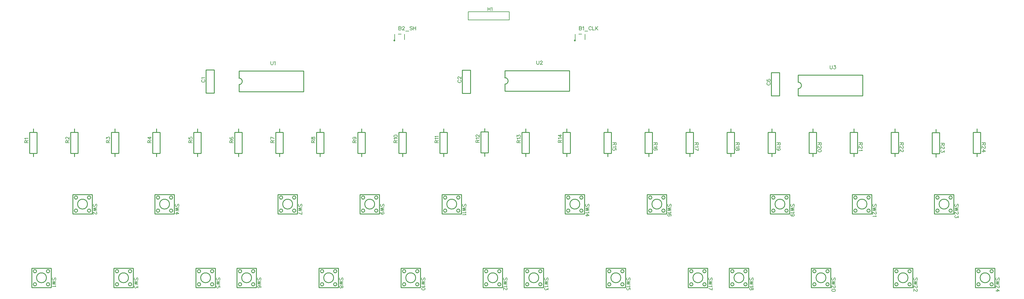
<source format=gto>
G04 Layer: TopSilkscreenLayer*
G04 EasyEDA v6.5.43, 2024-08-21 01:05:30*
G04 cb6e2e9fbd21486d88ae5690d2d3dc00,10*
G04 Gerber Generator version 0.2*
G04 Scale: 100 percent, Rotated: No, Reflected: No *
G04 Dimensions in millimeters *
G04 leading zeros omitted , absolute positions ,4 integer and 5 decimal *
%FSLAX45Y45*%
%MOMM*%

%ADD10C,0.1524*%
%ADD11C,0.2540*%
%ADD12C,0.2032*%
%ADD13C,0.2030*%
%ADD14C,0.3000*%
%ADD15C,0.0120*%

%LPD*%
D10*
X5739937Y4624532D02*
G01*
X5729546Y4619335D01*
X5719155Y4608944D01*
X5713961Y4598555D01*
X5713961Y4577773D01*
X5719155Y4567382D01*
X5729546Y4556991D01*
X5739937Y4551794D01*
X5755525Y4546600D01*
X5781502Y4546600D01*
X5797087Y4551794D01*
X5807478Y4556991D01*
X5817870Y4567382D01*
X5823064Y4577773D01*
X5823064Y4598555D01*
X5817870Y4608944D01*
X5807478Y4619335D01*
X5797087Y4624532D01*
X5734743Y4658822D02*
G01*
X5729546Y4669213D01*
X5713961Y4684798D01*
X5823064Y4684798D01*
X13673206Y4611832D02*
G01*
X13662814Y4606635D01*
X13652423Y4596244D01*
X13647229Y4585855D01*
X13647229Y4565073D01*
X13652423Y4554682D01*
X13662814Y4544291D01*
X13673206Y4539094D01*
X13688794Y4533900D01*
X13714770Y4533900D01*
X13730356Y4539094D01*
X13740747Y4544291D01*
X13751138Y4554682D01*
X13756332Y4565073D01*
X13756332Y4585855D01*
X13751138Y4596244D01*
X13740747Y4606635D01*
X13730356Y4611832D01*
X13673206Y4651316D02*
G01*
X13668011Y4651316D01*
X13657620Y4656513D01*
X13652423Y4661707D01*
X13647229Y4672098D01*
X13647229Y4692881D01*
X13652423Y4703272D01*
X13657620Y4708466D01*
X13668011Y4713663D01*
X13678402Y4713663D01*
X13688794Y4708466D01*
X13704379Y4698075D01*
X13756332Y4646122D01*
X13756332Y4718857D01*
X10082009Y-1596644D02*
G01*
X10092423Y-1586229D01*
X10097503Y-1570736D01*
X10097503Y-1549907D01*
X10092423Y-1534413D01*
X10082009Y-1524000D01*
X10071595Y-1524000D01*
X10061181Y-1529079D01*
X10055847Y-1534413D01*
X10050767Y-1544828D01*
X10040353Y-1576070D01*
X10035273Y-1586229D01*
X10029939Y-1591563D01*
X10019525Y-1596644D01*
X10004031Y-1596644D01*
X9993617Y-1586229D01*
X9988537Y-1570736D01*
X9988537Y-1549907D01*
X9993617Y-1534413D01*
X10004031Y-1524000D01*
X10097503Y-1630934D02*
G01*
X9988537Y-1657095D01*
X10097503Y-1683004D02*
G01*
X9988537Y-1657095D01*
X10097503Y-1683004D02*
G01*
X9988537Y-1708912D01*
X10097503Y-1734820D02*
G01*
X9988537Y-1708912D01*
X10097503Y-1795271D02*
G01*
X10092423Y-1779523D01*
X10082009Y-1774444D01*
X10071595Y-1774444D01*
X10061181Y-1779523D01*
X10055847Y-1789937D01*
X10050767Y-1810765D01*
X10045687Y-1826260D01*
X10035273Y-1836673D01*
X10024859Y-1842007D01*
X10009111Y-1842007D01*
X9998697Y-1836673D01*
X9993617Y-1831594D01*
X9988537Y-1816100D01*
X9988537Y-1795271D01*
X9993617Y-1779523D01*
X9998697Y-1774444D01*
X10009111Y-1769110D01*
X10024859Y-1769110D01*
X10035273Y-1774444D01*
X10045687Y-1784857D01*
X10050767Y-1800352D01*
X10055847Y-1821179D01*
X10061181Y-1831594D01*
X10071595Y-1836673D01*
X10082009Y-1836673D01*
X10092423Y-1831594D01*
X10097503Y-1816100D01*
X10097503Y-1795271D01*
X11352009Y689355D02*
G01*
X11362423Y699770D01*
X11367503Y715263D01*
X11367503Y736092D01*
X11362423Y751586D01*
X11352009Y762000D01*
X11341595Y762000D01*
X11331181Y756920D01*
X11325847Y751586D01*
X11320767Y741171D01*
X11310353Y709929D01*
X11305273Y699770D01*
X11299939Y694436D01*
X11289525Y689355D01*
X11274031Y689355D01*
X11263617Y699770D01*
X11258537Y715263D01*
X11258537Y736092D01*
X11263617Y751586D01*
X11274031Y762000D01*
X11367503Y655065D02*
G01*
X11258537Y628904D01*
X11367503Y602995D02*
G01*
X11258537Y628904D01*
X11367503Y602995D02*
G01*
X11258537Y577087D01*
X11367503Y551179D02*
G01*
X11258537Y577087D01*
X11331181Y449326D02*
G01*
X11315687Y454405D01*
X11305273Y464820D01*
X11299939Y480313D01*
X11299939Y485647D01*
X11305273Y501142D01*
X11315687Y511555D01*
X11331181Y516889D01*
X11336261Y516889D01*
X11352009Y511555D01*
X11362423Y501142D01*
X11367503Y485647D01*
X11367503Y480313D01*
X11362423Y464820D01*
X11352009Y454405D01*
X11331181Y449326D01*
X11305273Y449326D01*
X11279111Y454405D01*
X11263617Y464820D01*
X11258537Y480313D01*
X11258537Y490728D01*
X11263617Y506476D01*
X11274031Y511555D01*
X12622009Y-1596644D02*
G01*
X12632423Y-1586229D01*
X12637503Y-1570736D01*
X12637503Y-1549907D01*
X12632423Y-1534413D01*
X12622009Y-1524000D01*
X12611595Y-1524000D01*
X12601181Y-1529079D01*
X12595847Y-1534413D01*
X12590767Y-1544828D01*
X12580353Y-1576070D01*
X12575273Y-1586229D01*
X12569939Y-1591563D01*
X12559525Y-1596644D01*
X12544031Y-1596644D01*
X12533617Y-1586229D01*
X12528537Y-1570736D01*
X12528537Y-1549907D01*
X12533617Y-1534413D01*
X12544031Y-1524000D01*
X12637503Y-1630934D02*
G01*
X12528537Y-1657095D01*
X12637503Y-1683004D02*
G01*
X12528537Y-1657095D01*
X12637503Y-1683004D02*
G01*
X12528537Y-1708912D01*
X12637503Y-1734820D02*
G01*
X12528537Y-1708912D01*
X12616675Y-1769110D02*
G01*
X12622009Y-1779523D01*
X12637503Y-1795271D01*
X12528537Y-1795271D01*
X12637503Y-1860550D02*
G01*
X12632423Y-1845055D01*
X12616675Y-1834642D01*
X12590767Y-1829562D01*
X12575273Y-1829562D01*
X12549111Y-1834642D01*
X12533617Y-1845055D01*
X12528537Y-1860550D01*
X12528537Y-1870963D01*
X12533617Y-1886712D01*
X12549111Y-1897126D01*
X12575273Y-1902205D01*
X12590767Y-1902205D01*
X12616675Y-1897126D01*
X12632423Y-1886712D01*
X12637503Y-1870963D01*
X12637503Y-1860550D01*
X13892009Y689355D02*
G01*
X13902423Y699770D01*
X13907503Y715263D01*
X13907503Y736092D01*
X13902423Y751586D01*
X13892009Y762000D01*
X13881595Y762000D01*
X13871181Y756920D01*
X13865847Y751586D01*
X13860767Y741171D01*
X13850353Y709929D01*
X13845273Y699770D01*
X13839939Y694436D01*
X13829525Y689355D01*
X13814031Y689355D01*
X13803617Y699770D01*
X13798537Y715263D01*
X13798537Y736092D01*
X13803617Y751586D01*
X13814031Y762000D01*
X13907503Y655065D02*
G01*
X13798537Y628904D01*
X13907503Y602995D02*
G01*
X13798537Y628904D01*
X13907503Y602995D02*
G01*
X13798537Y577087D01*
X13907503Y551179D02*
G01*
X13798537Y577087D01*
X13886675Y516889D02*
G01*
X13892009Y506476D01*
X13907503Y490728D01*
X13798537Y490728D01*
X13886675Y456437D02*
G01*
X13892009Y446023D01*
X13907503Y430529D01*
X13798537Y430529D01*
X15162009Y-1596644D02*
G01*
X15172423Y-1586229D01*
X15177503Y-1570736D01*
X15177503Y-1549907D01*
X15172423Y-1534413D01*
X15162009Y-1524000D01*
X15151595Y-1524000D01*
X15141181Y-1529079D01*
X15135847Y-1534413D01*
X15130767Y-1544828D01*
X15120353Y-1576070D01*
X15115273Y-1586229D01*
X15109939Y-1591563D01*
X15099525Y-1596644D01*
X15084031Y-1596644D01*
X15073617Y-1586229D01*
X15068537Y-1570736D01*
X15068537Y-1549907D01*
X15073617Y-1534413D01*
X15084031Y-1524000D01*
X15177503Y-1630934D02*
G01*
X15068537Y-1657095D01*
X15177503Y-1683004D02*
G01*
X15068537Y-1657095D01*
X15177503Y-1683004D02*
G01*
X15068537Y-1708912D01*
X15177503Y-1734820D02*
G01*
X15068537Y-1708912D01*
X15156675Y-1769110D02*
G01*
X15162009Y-1779523D01*
X15177503Y-1795271D01*
X15068537Y-1795271D01*
X15151595Y-1834642D02*
G01*
X15156675Y-1834642D01*
X15167089Y-1839976D01*
X15172423Y-1845055D01*
X15177503Y-1855470D01*
X15177503Y-1876297D01*
X15172423Y-1886712D01*
X15167089Y-1891792D01*
X15156675Y-1897126D01*
X15146261Y-1897126D01*
X15135847Y-1891792D01*
X15120353Y-1881378D01*
X15068537Y-1829562D01*
X15068537Y-1902205D01*
X16432009Y-1596644D02*
G01*
X16442423Y-1586229D01*
X16447503Y-1570736D01*
X16447503Y-1549907D01*
X16442423Y-1534413D01*
X16432009Y-1524000D01*
X16421595Y-1524000D01*
X16411181Y-1529079D01*
X16405847Y-1534413D01*
X16400767Y-1544828D01*
X16390353Y-1576070D01*
X16385273Y-1586229D01*
X16379939Y-1591563D01*
X16369525Y-1596644D01*
X16354031Y-1596644D01*
X16343617Y-1586229D01*
X16338537Y-1570736D01*
X16338537Y-1549907D01*
X16343617Y-1534413D01*
X16354031Y-1524000D01*
X16447503Y-1630934D02*
G01*
X16338537Y-1657095D01*
X16447503Y-1683004D02*
G01*
X16338537Y-1657095D01*
X16447503Y-1683004D02*
G01*
X16338537Y-1708912D01*
X16447503Y-1734820D02*
G01*
X16338537Y-1708912D01*
X16426675Y-1769110D02*
G01*
X16432009Y-1779523D01*
X16447503Y-1795271D01*
X16338537Y-1795271D01*
X16447503Y-1839976D02*
G01*
X16447503Y-1897126D01*
X16405847Y-1865884D01*
X16405847Y-1881378D01*
X16400767Y-1891792D01*
X16395687Y-1897126D01*
X16379939Y-1902205D01*
X16369525Y-1902205D01*
X16354031Y-1897126D01*
X16343617Y-1886712D01*
X16338537Y-1870963D01*
X16338537Y-1855470D01*
X16343617Y-1839976D01*
X16348697Y-1834642D01*
X16359111Y-1829562D01*
X17702009Y689355D02*
G01*
X17712423Y699770D01*
X17717503Y715263D01*
X17717503Y736092D01*
X17712423Y751586D01*
X17702009Y762000D01*
X17691595Y762000D01*
X17681181Y756920D01*
X17675847Y751586D01*
X17670767Y741171D01*
X17660353Y709929D01*
X17655273Y699770D01*
X17649939Y694436D01*
X17639525Y689355D01*
X17624031Y689355D01*
X17613617Y699770D01*
X17608537Y715263D01*
X17608537Y736092D01*
X17613617Y751586D01*
X17624031Y762000D01*
X17717503Y655065D02*
G01*
X17608537Y628904D01*
X17717503Y602995D02*
G01*
X17608537Y628904D01*
X17717503Y602995D02*
G01*
X17608537Y577087D01*
X17717503Y551179D02*
G01*
X17608537Y577087D01*
X17696675Y516889D02*
G01*
X17702009Y506476D01*
X17717503Y490728D01*
X17608537Y490728D01*
X17717503Y404621D02*
G01*
X17644859Y456437D01*
X17644859Y378460D01*
X17717503Y404621D02*
G01*
X17608537Y404621D01*
X18972009Y-1596644D02*
G01*
X18982423Y-1586229D01*
X18987503Y-1570736D01*
X18987503Y-1549907D01*
X18982423Y-1534413D01*
X18972009Y-1524000D01*
X18961595Y-1524000D01*
X18951181Y-1529079D01*
X18945847Y-1534413D01*
X18940767Y-1544828D01*
X18930353Y-1576070D01*
X18925273Y-1586229D01*
X18919939Y-1591563D01*
X18909525Y-1596644D01*
X18894031Y-1596644D01*
X18883617Y-1586229D01*
X18878537Y-1570736D01*
X18878537Y-1549907D01*
X18883617Y-1534413D01*
X18894031Y-1524000D01*
X18987503Y-1630934D02*
G01*
X18878537Y-1657095D01*
X18987503Y-1683004D02*
G01*
X18878537Y-1657095D01*
X18987503Y-1683004D02*
G01*
X18878537Y-1708912D01*
X18987503Y-1734820D02*
G01*
X18878537Y-1708912D01*
X18966675Y-1769110D02*
G01*
X18972009Y-1779523D01*
X18987503Y-1795271D01*
X18878537Y-1795271D01*
X18987503Y-1891792D02*
G01*
X18987503Y-1839976D01*
X18940767Y-1834642D01*
X18945847Y-1839976D01*
X18951181Y-1855470D01*
X18951181Y-1870963D01*
X18945847Y-1886712D01*
X18935687Y-1897126D01*
X18919939Y-1902205D01*
X18909525Y-1902205D01*
X18894031Y-1897126D01*
X18883617Y-1886712D01*
X18878537Y-1870963D01*
X18878537Y-1855470D01*
X18883617Y-1839976D01*
X18888697Y-1834642D01*
X18899111Y-1829562D01*
X20242009Y689355D02*
G01*
X20252423Y699770D01*
X20257503Y715263D01*
X20257503Y736092D01*
X20252423Y751586D01*
X20242009Y762000D01*
X20231595Y762000D01*
X20221181Y756920D01*
X20215847Y751586D01*
X20210767Y741171D01*
X20200353Y709929D01*
X20195273Y699770D01*
X20189939Y694436D01*
X20179525Y689355D01*
X20164031Y689355D01*
X20153617Y699770D01*
X20148537Y715263D01*
X20148537Y736092D01*
X20153617Y751586D01*
X20164031Y762000D01*
X20257503Y655065D02*
G01*
X20148537Y628904D01*
X20257503Y602995D02*
G01*
X20148537Y628904D01*
X20257503Y602995D02*
G01*
X20148537Y577087D01*
X20257503Y551179D02*
G01*
X20148537Y577087D01*
X20236675Y516889D02*
G01*
X20242009Y506476D01*
X20257503Y490728D01*
X20148537Y490728D01*
X20242009Y394207D02*
G01*
X20252423Y399287D01*
X20257503Y415036D01*
X20257503Y425450D01*
X20252423Y440944D01*
X20236675Y451357D01*
X20210767Y456437D01*
X20184859Y456437D01*
X20164031Y451357D01*
X20153617Y440944D01*
X20148537Y425450D01*
X20148537Y420115D01*
X20153617Y404621D01*
X20164031Y394207D01*
X20179525Y388873D01*
X20184859Y388873D01*
X20200353Y394207D01*
X20210767Y404621D01*
X20215847Y420115D01*
X20215847Y425450D01*
X20210767Y440944D01*
X20200353Y451357D01*
X20184859Y456437D01*
X21512009Y-1596644D02*
G01*
X21522423Y-1586229D01*
X21527503Y-1570736D01*
X21527503Y-1549907D01*
X21522423Y-1534413D01*
X21512009Y-1524000D01*
X21501595Y-1524000D01*
X21491181Y-1529079D01*
X21485847Y-1534413D01*
X21480767Y-1544828D01*
X21470353Y-1576070D01*
X21465273Y-1586229D01*
X21459939Y-1591563D01*
X21449525Y-1596644D01*
X21434031Y-1596644D01*
X21423617Y-1586229D01*
X21418537Y-1570736D01*
X21418537Y-1549907D01*
X21423617Y-1534413D01*
X21434031Y-1524000D01*
X21527503Y-1630934D02*
G01*
X21418537Y-1657095D01*
X21527503Y-1683004D02*
G01*
X21418537Y-1657095D01*
X21527503Y-1683004D02*
G01*
X21418537Y-1708912D01*
X21527503Y-1734820D02*
G01*
X21418537Y-1708912D01*
X21506675Y-1769110D02*
G01*
X21512009Y-1779523D01*
X21527503Y-1795271D01*
X21418537Y-1795271D01*
X21527503Y-1902205D02*
G01*
X21418537Y-1850389D01*
X21527503Y-1829562D02*
G01*
X21527503Y-1902205D01*
X22782009Y-1596644D02*
G01*
X22792423Y-1586229D01*
X22797503Y-1570736D01*
X22797503Y-1549907D01*
X22792423Y-1534413D01*
X22782009Y-1524000D01*
X22771595Y-1524000D01*
X22761181Y-1529079D01*
X22755847Y-1534413D01*
X22750767Y-1544828D01*
X22740353Y-1576070D01*
X22735273Y-1586229D01*
X22729939Y-1591563D01*
X22719525Y-1596644D01*
X22704031Y-1596644D01*
X22693617Y-1586229D01*
X22688537Y-1570736D01*
X22688537Y-1549907D01*
X22693617Y-1534413D01*
X22704031Y-1524000D01*
X22797503Y-1630934D02*
G01*
X22688537Y-1657095D01*
X22797503Y-1683004D02*
G01*
X22688537Y-1657095D01*
X22797503Y-1683004D02*
G01*
X22688537Y-1708912D01*
X22797503Y-1734820D02*
G01*
X22688537Y-1708912D01*
X22776675Y-1769110D02*
G01*
X22782009Y-1779523D01*
X22797503Y-1795271D01*
X22688537Y-1795271D01*
X22797503Y-1855470D02*
G01*
X22792423Y-1839976D01*
X22782009Y-1834642D01*
X22771595Y-1834642D01*
X22761181Y-1839976D01*
X22755847Y-1850389D01*
X22750767Y-1870963D01*
X22745687Y-1886712D01*
X22735273Y-1897126D01*
X22724859Y-1902205D01*
X22709111Y-1902205D01*
X22698697Y-1897126D01*
X22693617Y-1891792D01*
X22688537Y-1876297D01*
X22688537Y-1855470D01*
X22693617Y-1839976D01*
X22698697Y-1834642D01*
X22709111Y-1829562D01*
X22724859Y-1829562D01*
X22735273Y-1834642D01*
X22745687Y-1845055D01*
X22750767Y-1860550D01*
X22755847Y-1881378D01*
X22761181Y-1891792D01*
X22771595Y-1897126D01*
X22782009Y-1897126D01*
X22792423Y-1891792D01*
X22797503Y-1876297D01*
X22797503Y-1855470D01*
X24052009Y689355D02*
G01*
X24062423Y699770D01*
X24067503Y715263D01*
X24067503Y736092D01*
X24062423Y751586D01*
X24052009Y762000D01*
X24041595Y762000D01*
X24031181Y756920D01*
X24025847Y751586D01*
X24020767Y741171D01*
X24010353Y709929D01*
X24005273Y699770D01*
X23999939Y694436D01*
X23989525Y689355D01*
X23974031Y689355D01*
X23963617Y699770D01*
X23958537Y715263D01*
X23958537Y736092D01*
X23963617Y751586D01*
X23974031Y762000D01*
X24067503Y655065D02*
G01*
X23958537Y628904D01*
X24067503Y602995D02*
G01*
X23958537Y628904D01*
X24067503Y602995D02*
G01*
X23958537Y577087D01*
X24067503Y551179D02*
G01*
X23958537Y577087D01*
X24046675Y516889D02*
G01*
X24052009Y506476D01*
X24067503Y490728D01*
X23958537Y490728D01*
X24031181Y388873D02*
G01*
X24015687Y394207D01*
X24005273Y404621D01*
X23999939Y420115D01*
X23999939Y425450D01*
X24005273Y440944D01*
X24015687Y451357D01*
X24031181Y456437D01*
X24036261Y456437D01*
X24052009Y451357D01*
X24062423Y440944D01*
X24067503Y425450D01*
X24067503Y420115D01*
X24062423Y404621D01*
X24052009Y394207D01*
X24031181Y388873D01*
X24005273Y388873D01*
X23979111Y394207D01*
X23963617Y404621D01*
X23958537Y420115D01*
X23958537Y430529D01*
X23963617Y446023D01*
X23974031Y451357D01*
X25322009Y-1596644D02*
G01*
X25332423Y-1586229D01*
X25337503Y-1570736D01*
X25337503Y-1549907D01*
X25332423Y-1534413D01*
X25322009Y-1524000D01*
X25311595Y-1524000D01*
X25301181Y-1529079D01*
X25295847Y-1534413D01*
X25290767Y-1544828D01*
X25280353Y-1576070D01*
X25275273Y-1586229D01*
X25269939Y-1591563D01*
X25259525Y-1596644D01*
X25244031Y-1596644D01*
X25233617Y-1586229D01*
X25228537Y-1570736D01*
X25228537Y-1549907D01*
X25233617Y-1534413D01*
X25244031Y-1524000D01*
X25337503Y-1630934D02*
G01*
X25228537Y-1657095D01*
X25337503Y-1683004D02*
G01*
X25228537Y-1657095D01*
X25337503Y-1683004D02*
G01*
X25228537Y-1708912D01*
X25337503Y-1734820D02*
G01*
X25228537Y-1708912D01*
X25311595Y-1774444D02*
G01*
X25316675Y-1774444D01*
X25327089Y-1779523D01*
X25332423Y-1784857D01*
X25337503Y-1795271D01*
X25337503Y-1816100D01*
X25332423Y-1826260D01*
X25327089Y-1831594D01*
X25316675Y-1836673D01*
X25306261Y-1836673D01*
X25295847Y-1831594D01*
X25280353Y-1821179D01*
X25228537Y-1769110D01*
X25228537Y-1842007D01*
X25337503Y-1907539D02*
G01*
X25332423Y-1891792D01*
X25316675Y-1881378D01*
X25290767Y-1876297D01*
X25275273Y-1876297D01*
X25249111Y-1881378D01*
X25233617Y-1891792D01*
X25228537Y-1907539D01*
X25228537Y-1917700D01*
X25233617Y-1933447D01*
X25249111Y-1943862D01*
X25275273Y-1948942D01*
X25290767Y-1948942D01*
X25316675Y-1943862D01*
X25332423Y-1933447D01*
X25337503Y-1917700D01*
X25337503Y-1907539D01*
X26592009Y689355D02*
G01*
X26602423Y699770D01*
X26607503Y715263D01*
X26607503Y736092D01*
X26602423Y751586D01*
X26592009Y762000D01*
X26581595Y762000D01*
X26571181Y756920D01*
X26565847Y751586D01*
X26560767Y741171D01*
X26550353Y709929D01*
X26545273Y699770D01*
X26539939Y694436D01*
X26529525Y689355D01*
X26514031Y689355D01*
X26503617Y699770D01*
X26498537Y715263D01*
X26498537Y736092D01*
X26503617Y751586D01*
X26514031Y762000D01*
X26607503Y655065D02*
G01*
X26498537Y628904D01*
X26607503Y602995D02*
G01*
X26498537Y628904D01*
X26607503Y602995D02*
G01*
X26498537Y577087D01*
X26607503Y551179D02*
G01*
X26498537Y577087D01*
X26581595Y511555D02*
G01*
X26586675Y511555D01*
X26597089Y506476D01*
X26602423Y501142D01*
X26607503Y490728D01*
X26607503Y469900D01*
X26602423Y459739D01*
X26597089Y454405D01*
X26586675Y449326D01*
X26576261Y449326D01*
X26565847Y454405D01*
X26550353Y464820D01*
X26498537Y516889D01*
X26498537Y443992D01*
X26586675Y409702D02*
G01*
X26592009Y399287D01*
X26607503Y383794D01*
X26498537Y383794D01*
X27862009Y-1596644D02*
G01*
X27872423Y-1586229D01*
X27877503Y-1570736D01*
X27877503Y-1549907D01*
X27872423Y-1534413D01*
X27862009Y-1524000D01*
X27851595Y-1524000D01*
X27841181Y-1529079D01*
X27835847Y-1534413D01*
X27830767Y-1544828D01*
X27820353Y-1576070D01*
X27815273Y-1586229D01*
X27809939Y-1591563D01*
X27799525Y-1596644D01*
X27784031Y-1596644D01*
X27773617Y-1586229D01*
X27768537Y-1570736D01*
X27768537Y-1549907D01*
X27773617Y-1534413D01*
X27784031Y-1524000D01*
X27877503Y-1630934D02*
G01*
X27768537Y-1657095D01*
X27877503Y-1683004D02*
G01*
X27768537Y-1657095D01*
X27877503Y-1683004D02*
G01*
X27768537Y-1708912D01*
X27877503Y-1734820D02*
G01*
X27768537Y-1708912D01*
X27851595Y-1774444D02*
G01*
X27856675Y-1774444D01*
X27867089Y-1779523D01*
X27872423Y-1784857D01*
X27877503Y-1795271D01*
X27877503Y-1816100D01*
X27872423Y-1826260D01*
X27867089Y-1831594D01*
X27856675Y-1836673D01*
X27846261Y-1836673D01*
X27835847Y-1831594D01*
X27820353Y-1821179D01*
X27768537Y-1769110D01*
X27768537Y-1842007D01*
X27851595Y-1881378D02*
G01*
X27856675Y-1881378D01*
X27867089Y-1886712D01*
X27872423Y-1891792D01*
X27877503Y-1902205D01*
X27877503Y-1923034D01*
X27872423Y-1933447D01*
X27867089Y-1938528D01*
X27856675Y-1943862D01*
X27846261Y-1943862D01*
X27835847Y-1938528D01*
X27820353Y-1928113D01*
X27768537Y-1876297D01*
X27768537Y-1948942D01*
X29132009Y689355D02*
G01*
X29142423Y699770D01*
X29147503Y715263D01*
X29147503Y736092D01*
X29142423Y751586D01*
X29132009Y762000D01*
X29121595Y762000D01*
X29111181Y756920D01*
X29105847Y751586D01*
X29100767Y741171D01*
X29090353Y709929D01*
X29085273Y699770D01*
X29079939Y694436D01*
X29069525Y689355D01*
X29054031Y689355D01*
X29043617Y699770D01*
X29038537Y715263D01*
X29038537Y736092D01*
X29043617Y751586D01*
X29054031Y762000D01*
X29147503Y655065D02*
G01*
X29038537Y628904D01*
X29147503Y602995D02*
G01*
X29038537Y628904D01*
X29147503Y602995D02*
G01*
X29038537Y577087D01*
X29147503Y551179D02*
G01*
X29038537Y577087D01*
X29121595Y511555D02*
G01*
X29126675Y511555D01*
X29137089Y506476D01*
X29142423Y501142D01*
X29147503Y490728D01*
X29147503Y469900D01*
X29142423Y459739D01*
X29137089Y454405D01*
X29126675Y449326D01*
X29116261Y449326D01*
X29105847Y454405D01*
X29090353Y464820D01*
X29038537Y516889D01*
X29038537Y443992D01*
X29147503Y399287D02*
G01*
X29147503Y342137D01*
X29105847Y373379D01*
X29105847Y357886D01*
X29100767Y347471D01*
X29095687Y342137D01*
X29079939Y337057D01*
X29069525Y337057D01*
X29054031Y342137D01*
X29043617Y352552D01*
X29038537Y368300D01*
X29038537Y383794D01*
X29043617Y399287D01*
X29048697Y404621D01*
X29059111Y409702D01*
X30402009Y-1596644D02*
G01*
X30412423Y-1586229D01*
X30417503Y-1570736D01*
X30417503Y-1549907D01*
X30412423Y-1534413D01*
X30402009Y-1524000D01*
X30391595Y-1524000D01*
X30381181Y-1529079D01*
X30375847Y-1534413D01*
X30370767Y-1544828D01*
X30360353Y-1576070D01*
X30355273Y-1586229D01*
X30349939Y-1591563D01*
X30339525Y-1596644D01*
X30324031Y-1596644D01*
X30313617Y-1586229D01*
X30308537Y-1570736D01*
X30308537Y-1549907D01*
X30313617Y-1534413D01*
X30324031Y-1524000D01*
X30417503Y-1630934D02*
G01*
X30308537Y-1657095D01*
X30417503Y-1683004D02*
G01*
X30308537Y-1657095D01*
X30417503Y-1683004D02*
G01*
X30308537Y-1708912D01*
X30417503Y-1734820D02*
G01*
X30308537Y-1708912D01*
X30391595Y-1774444D02*
G01*
X30396675Y-1774444D01*
X30407089Y-1779523D01*
X30412423Y-1784857D01*
X30417503Y-1795271D01*
X30417503Y-1816100D01*
X30412423Y-1826260D01*
X30407089Y-1831594D01*
X30396675Y-1836673D01*
X30386261Y-1836673D01*
X30375847Y-1831594D01*
X30360353Y-1821179D01*
X30308537Y-1769110D01*
X30308537Y-1842007D01*
X30417503Y-1928113D02*
G01*
X30344859Y-1876297D01*
X30344859Y-1954276D01*
X30417503Y-1928113D02*
G01*
X30308537Y-1928113D01*
X1192009Y-1596669D02*
G01*
X1202423Y-1586255D01*
X1207503Y-1570761D01*
X1207503Y-1549933D01*
X1202423Y-1534439D01*
X1192009Y-1524025D01*
X1181595Y-1524025D01*
X1171181Y-1529105D01*
X1165847Y-1534439D01*
X1160767Y-1544853D01*
X1150353Y-1575841D01*
X1145273Y-1586255D01*
X1139939Y-1591589D01*
X1129525Y-1596669D01*
X1114031Y-1596669D01*
X1103617Y-1586255D01*
X1098537Y-1570761D01*
X1098537Y-1549933D01*
X1103617Y-1534439D01*
X1114031Y-1524025D01*
X1207503Y-1630959D02*
G01*
X1098537Y-1657121D01*
X1207503Y-1683029D02*
G01*
X1098537Y-1657121D01*
X1207503Y-1683029D02*
G01*
X1098537Y-1708937D01*
X1207503Y-1734845D02*
G01*
X1098537Y-1708937D01*
X1186675Y-1769135D02*
G01*
X1192009Y-1779549D01*
X1207503Y-1795297D01*
X1098537Y-1795297D01*
X2462009Y689355D02*
G01*
X2472423Y699770D01*
X2477503Y715263D01*
X2477503Y736092D01*
X2472423Y751586D01*
X2462009Y762000D01*
X2451595Y762000D01*
X2441181Y756920D01*
X2435847Y751586D01*
X2430767Y741171D01*
X2420353Y709929D01*
X2415273Y699770D01*
X2409939Y694436D01*
X2399525Y689355D01*
X2384031Y689355D01*
X2373617Y699770D01*
X2368283Y715263D01*
X2368283Y736092D01*
X2373617Y751586D01*
X2384031Y762000D01*
X2477503Y655065D02*
G01*
X2368283Y628904D01*
X2477503Y602995D02*
G01*
X2368283Y628904D01*
X2477503Y602995D02*
G01*
X2368283Y577087D01*
X2477503Y551179D02*
G01*
X2368283Y577087D01*
X2451595Y511555D02*
G01*
X2456675Y511555D01*
X2467089Y506476D01*
X2472423Y501142D01*
X2477503Y490728D01*
X2477503Y469900D01*
X2472423Y459739D01*
X2467089Y454405D01*
X2456675Y449326D01*
X2446261Y449326D01*
X2435847Y454405D01*
X2420353Y464820D01*
X2368283Y516889D01*
X2368283Y443992D01*
X3732009Y-1596644D02*
G01*
X3742423Y-1586229D01*
X3747503Y-1570736D01*
X3747503Y-1549907D01*
X3742423Y-1534413D01*
X3732009Y-1524000D01*
X3721595Y-1524000D01*
X3711181Y-1529079D01*
X3705847Y-1534413D01*
X3700767Y-1544828D01*
X3690353Y-1576070D01*
X3685273Y-1586229D01*
X3679939Y-1591563D01*
X3669525Y-1596644D01*
X3654031Y-1596644D01*
X3643617Y-1586229D01*
X3638283Y-1570736D01*
X3638283Y-1549907D01*
X3643617Y-1534413D01*
X3654031Y-1524000D01*
X3747503Y-1630934D02*
G01*
X3638283Y-1657095D01*
X3747503Y-1683004D02*
G01*
X3638283Y-1657095D01*
X3747503Y-1683004D02*
G01*
X3638283Y-1708912D01*
X3747503Y-1734820D02*
G01*
X3638283Y-1708912D01*
X3747503Y-1779523D02*
G01*
X3747503Y-1836673D01*
X3705847Y-1805686D01*
X3705847Y-1821179D01*
X3700767Y-1831594D01*
X3695433Y-1836673D01*
X3679939Y-1842007D01*
X3669525Y-1842007D01*
X3654031Y-1836673D01*
X3643617Y-1826260D01*
X3638283Y-1810765D01*
X3638283Y-1795271D01*
X3643617Y-1779523D01*
X3648697Y-1774444D01*
X3659111Y-1769110D01*
X5002009Y689355D02*
G01*
X5012423Y699770D01*
X5017503Y715263D01*
X5017503Y736092D01*
X5012423Y751586D01*
X5002009Y762000D01*
X4991595Y762000D01*
X4981181Y756920D01*
X4975847Y751586D01*
X4970767Y741171D01*
X4960353Y709929D01*
X4955273Y699770D01*
X4949939Y694436D01*
X4939525Y689355D01*
X4924031Y689355D01*
X4913617Y699770D01*
X4908283Y715263D01*
X4908283Y736092D01*
X4913617Y751586D01*
X4924031Y762000D01*
X5017503Y655065D02*
G01*
X4908283Y628904D01*
X5017503Y602995D02*
G01*
X4908283Y628904D01*
X5017503Y602995D02*
G01*
X4908283Y577087D01*
X5017503Y551179D02*
G01*
X4908283Y577087D01*
X5017503Y464820D02*
G01*
X4944859Y516889D01*
X4944859Y438912D01*
X5017503Y464820D02*
G01*
X4908283Y464820D01*
X6272009Y-1596644D02*
G01*
X6282423Y-1586229D01*
X6287503Y-1570736D01*
X6287503Y-1549907D01*
X6282423Y-1534413D01*
X6272009Y-1524000D01*
X6261595Y-1524000D01*
X6251181Y-1529079D01*
X6245847Y-1534413D01*
X6240767Y-1544828D01*
X6230353Y-1576070D01*
X6225273Y-1586229D01*
X6219939Y-1591563D01*
X6209525Y-1596644D01*
X6194031Y-1596644D01*
X6183617Y-1586229D01*
X6178283Y-1570736D01*
X6178283Y-1549907D01*
X6183617Y-1534413D01*
X6194031Y-1524000D01*
X6287503Y-1630934D02*
G01*
X6178283Y-1657095D01*
X6287503Y-1683004D02*
G01*
X6178283Y-1657095D01*
X6287503Y-1683004D02*
G01*
X6178283Y-1708912D01*
X6287503Y-1734820D02*
G01*
X6178283Y-1708912D01*
X6287503Y-1831594D02*
G01*
X6287503Y-1779523D01*
X6240767Y-1774444D01*
X6245847Y-1779523D01*
X6251181Y-1795271D01*
X6251181Y-1810765D01*
X6245847Y-1826260D01*
X6235433Y-1836673D01*
X6219939Y-1842007D01*
X6209525Y-1842007D01*
X6194031Y-1836673D01*
X6183617Y-1826260D01*
X6178283Y-1810765D01*
X6178283Y-1795271D01*
X6183617Y-1779523D01*
X6188697Y-1774444D01*
X6199111Y-1769110D01*
X7542009Y-1596644D02*
G01*
X7552423Y-1586229D01*
X7557503Y-1570736D01*
X7557503Y-1549907D01*
X7552423Y-1534413D01*
X7542009Y-1524000D01*
X7531595Y-1524000D01*
X7521181Y-1529079D01*
X7515847Y-1534413D01*
X7510767Y-1544828D01*
X7500353Y-1576070D01*
X7495273Y-1586229D01*
X7489939Y-1591563D01*
X7479525Y-1596644D01*
X7464031Y-1596644D01*
X7453617Y-1586229D01*
X7448283Y-1570736D01*
X7448283Y-1549907D01*
X7453617Y-1534413D01*
X7464031Y-1524000D01*
X7557503Y-1630934D02*
G01*
X7448283Y-1657095D01*
X7557503Y-1683004D02*
G01*
X7448283Y-1657095D01*
X7557503Y-1683004D02*
G01*
X7448283Y-1708912D01*
X7557503Y-1734820D02*
G01*
X7448283Y-1708912D01*
X7542009Y-1831594D02*
G01*
X7552423Y-1826260D01*
X7557503Y-1810765D01*
X7557503Y-1800352D01*
X7552423Y-1784857D01*
X7536675Y-1774444D01*
X7510767Y-1769110D01*
X7484859Y-1769110D01*
X7464031Y-1774444D01*
X7453617Y-1784857D01*
X7448283Y-1800352D01*
X7448283Y-1805686D01*
X7453617Y-1821179D01*
X7464031Y-1831594D01*
X7479525Y-1836673D01*
X7484859Y-1836673D01*
X7500353Y-1831594D01*
X7510767Y-1821179D01*
X7515847Y-1805686D01*
X7515847Y-1800352D01*
X7510767Y-1784857D01*
X7500353Y-1774444D01*
X7484859Y-1769110D01*
X8812009Y689355D02*
G01*
X8822423Y699770D01*
X8827503Y715263D01*
X8827503Y736092D01*
X8822423Y751586D01*
X8812009Y762000D01*
X8801595Y762000D01*
X8791181Y756920D01*
X8785847Y751586D01*
X8780767Y741171D01*
X8770353Y709929D01*
X8765273Y699770D01*
X8759939Y694436D01*
X8749525Y689355D01*
X8734031Y689355D01*
X8723617Y699770D01*
X8718283Y715263D01*
X8718283Y736092D01*
X8723617Y751586D01*
X8734031Y762000D01*
X8827503Y655065D02*
G01*
X8718283Y628904D01*
X8827503Y602995D02*
G01*
X8718283Y628904D01*
X8827503Y602995D02*
G01*
X8718283Y577087D01*
X8827503Y551179D02*
G01*
X8718283Y577087D01*
X8827503Y443992D02*
G01*
X8718283Y496062D01*
X8827503Y516889D02*
G01*
X8827503Y443992D01*
X23240491Y4535678D02*
G01*
X23230077Y4530344D01*
X23219663Y4519929D01*
X23214584Y4509770D01*
X23214584Y4488942D01*
X23219663Y4478528D01*
X23230077Y4468113D01*
X23240491Y4462779D01*
X23256240Y4457700D01*
X23282148Y4457700D01*
X23297641Y4462779D01*
X23308056Y4468113D01*
X23318470Y4478528D01*
X23323550Y4488942D01*
X23323550Y4509770D01*
X23318470Y4519929D01*
X23308056Y4530344D01*
X23297641Y4535678D01*
X23230077Y4632197D02*
G01*
X23219663Y4627118D01*
X23214584Y4611370D01*
X23214584Y4601210D01*
X23219663Y4585462D01*
X23235411Y4575047D01*
X23261320Y4569968D01*
X23287227Y4569968D01*
X23308056Y4575047D01*
X23318470Y4585462D01*
X23323550Y4601210D01*
X23323550Y4606289D01*
X23318470Y4621784D01*
X23308056Y4632197D01*
X23292561Y4637531D01*
X23287227Y4637531D01*
X23271734Y4632197D01*
X23261320Y4621784D01*
X23256240Y4606289D01*
X23256240Y4601210D01*
X23261320Y4585462D01*
X23271734Y4575047D01*
X23287227Y4569968D01*
X7862163Y5191937D02*
G01*
X7862163Y5113959D01*
X7867243Y5098465D01*
X7877657Y5088051D01*
X7893405Y5082971D01*
X7903819Y5082971D01*
X7919313Y5088051D01*
X7929727Y5098465D01*
X7934807Y5113959D01*
X7934807Y5191937D01*
X7969097Y5171109D02*
G01*
X7979511Y5176443D01*
X7995259Y5191937D01*
X7995259Y5082971D01*
X16091763Y5204637D02*
G01*
X16091763Y5126659D01*
X16096843Y5111165D01*
X16107257Y5100751D01*
X16123005Y5095671D01*
X16133419Y5095671D01*
X16148913Y5100751D01*
X16159327Y5111165D01*
X16164407Y5126659D01*
X16164407Y5204637D01*
X16204031Y5178729D02*
G01*
X16204031Y5183809D01*
X16209111Y5194223D01*
X16214445Y5199557D01*
X16224859Y5204637D01*
X16245433Y5204637D01*
X16255847Y5199557D01*
X16261181Y5194223D01*
X16266261Y5183809D01*
X16266261Y5173395D01*
X16261181Y5162981D01*
X16250767Y5147487D01*
X16198697Y5095671D01*
X16271595Y5095671D01*
X25172263Y5064937D02*
G01*
X25172263Y4986959D01*
X25177343Y4971465D01*
X25187757Y4961051D01*
X25203505Y4955971D01*
X25213919Y4955971D01*
X25229413Y4961051D01*
X25239827Y4971465D01*
X25244907Y4986959D01*
X25244907Y5064937D01*
X25289611Y5064937D02*
G01*
X25346761Y5064937D01*
X25315773Y5023281D01*
X25331267Y5023281D01*
X25341681Y5018201D01*
X25346761Y5013121D01*
X25352095Y4997373D01*
X25352095Y4986959D01*
X25346761Y4971465D01*
X25336347Y4961051D01*
X25320853Y4955971D01*
X25305359Y4955971D01*
X25289611Y4961051D01*
X25284531Y4966131D01*
X25279197Y4976545D01*
X17411700Y6274815D02*
G01*
X17411700Y6165850D01*
X17411700Y6274815D02*
G01*
X17458436Y6274815D01*
X17473929Y6269736D01*
X17479263Y6264402D01*
X17484343Y6253987D01*
X17484343Y6243573D01*
X17479263Y6233160D01*
X17473929Y6228079D01*
X17458436Y6223000D01*
X17411700Y6223000D02*
G01*
X17458436Y6223000D01*
X17473929Y6217665D01*
X17479263Y6212586D01*
X17484343Y6202171D01*
X17484343Y6186423D01*
X17479263Y6176010D01*
X17473929Y6170929D01*
X17458436Y6165850D01*
X17411700Y6165850D01*
X17518634Y6253987D02*
G01*
X17529048Y6259321D01*
X17544795Y6274815D01*
X17544795Y6165850D01*
X17579086Y6129273D02*
G01*
X17672558Y6129273D01*
X17784825Y6248907D02*
G01*
X17779491Y6259321D01*
X17769077Y6269736D01*
X17758663Y6274815D01*
X17738090Y6274815D01*
X17727675Y6269736D01*
X17717261Y6259321D01*
X17711927Y6248907D01*
X17706848Y6233160D01*
X17706848Y6207252D01*
X17711927Y6191757D01*
X17717261Y6181344D01*
X17727675Y6170929D01*
X17738090Y6165850D01*
X17758663Y6165850D01*
X17769077Y6170929D01*
X17779491Y6181344D01*
X17784825Y6191757D01*
X17819116Y6274815D02*
G01*
X17819116Y6165850D01*
X17819116Y6165850D02*
G01*
X17881345Y6165850D01*
X17915636Y6274815D02*
G01*
X17915636Y6165850D01*
X17988279Y6274815D02*
G01*
X17915636Y6202171D01*
X17941543Y6228079D02*
G01*
X17988279Y6165850D01*
X11823700Y6274815D02*
G01*
X11823700Y6165850D01*
X11823700Y6274815D02*
G01*
X11870436Y6274815D01*
X11885929Y6269736D01*
X11891263Y6264402D01*
X11896343Y6253987D01*
X11896343Y6243573D01*
X11891263Y6233160D01*
X11885929Y6228079D01*
X11870436Y6223000D01*
X11823700Y6223000D02*
G01*
X11870436Y6223000D01*
X11885929Y6217665D01*
X11891263Y6212586D01*
X11896343Y6202171D01*
X11896343Y6186423D01*
X11891263Y6176010D01*
X11885929Y6170929D01*
X11870436Y6165850D01*
X11823700Y6165850D01*
X11935968Y6248907D02*
G01*
X11935968Y6253987D01*
X11941047Y6264402D01*
X11946381Y6269736D01*
X11956795Y6274815D01*
X11977370Y6274815D01*
X11987784Y6269736D01*
X11993118Y6264402D01*
X11998197Y6253987D01*
X11998197Y6243573D01*
X11993118Y6233160D01*
X11982704Y6217665D01*
X11930634Y6165850D01*
X12003531Y6165850D01*
X12037822Y6129273D02*
G01*
X12131293Y6129273D01*
X12238227Y6259321D02*
G01*
X12227813Y6269736D01*
X12212320Y6274815D01*
X12191491Y6274815D01*
X12175997Y6269736D01*
X12165584Y6259321D01*
X12165584Y6248907D01*
X12170663Y6238494D01*
X12175997Y6233160D01*
X12186411Y6228079D01*
X12217400Y6217665D01*
X12227813Y6212586D01*
X12233147Y6207252D01*
X12238227Y6196837D01*
X12238227Y6181344D01*
X12227813Y6170929D01*
X12212320Y6165850D01*
X12191491Y6165850D01*
X12175997Y6170929D01*
X12165584Y6181344D01*
X12272518Y6274815D02*
G01*
X12272518Y6165850D01*
X12345415Y6274815D02*
G01*
X12345415Y6165850D01*
X12272518Y6223000D02*
G01*
X12345415Y6223000D01*
X14579600Y6871715D02*
G01*
X14579600Y6762750D01*
X14652243Y6871715D02*
G01*
X14652243Y6762750D01*
X14579600Y6819900D02*
G01*
X14652243Y6819900D01*
X14686534Y6850887D02*
G01*
X14696947Y6856221D01*
X14712695Y6871715D01*
X14712695Y6762750D01*
X10400261Y2666994D02*
G01*
X10509364Y2666994D01*
X10400261Y2666994D02*
G01*
X10400261Y2713753D01*
X10405455Y2729339D01*
X10410652Y2734536D01*
X10421043Y2739730D01*
X10431434Y2739730D01*
X10441825Y2734536D01*
X10447020Y2729339D01*
X10452214Y2713753D01*
X10452214Y2666994D01*
X10452214Y2703362D02*
G01*
X10509364Y2739730D01*
X10436628Y2841561D02*
G01*
X10452214Y2836367D01*
X10462605Y2825976D01*
X10467802Y2810390D01*
X10467802Y2805193D01*
X10462605Y2789608D01*
X10452214Y2779217D01*
X10436628Y2774020D01*
X10431434Y2774020D01*
X10415846Y2779217D01*
X10405455Y2789608D01*
X10400261Y2805193D01*
X10400261Y2810390D01*
X10405455Y2825976D01*
X10415846Y2836367D01*
X10436628Y2841561D01*
X10462605Y2841561D01*
X10488584Y2836367D01*
X10504170Y2825976D01*
X10509364Y2810390D01*
X10509364Y2799999D01*
X10504170Y2784411D01*
X10493778Y2779217D01*
X11670261Y2667000D02*
G01*
X11779364Y2667000D01*
X11670261Y2667000D02*
G01*
X11670261Y2713758D01*
X11675455Y2729344D01*
X11680652Y2734541D01*
X11691043Y2739735D01*
X11701434Y2739735D01*
X11711825Y2734541D01*
X11717020Y2729344D01*
X11722214Y2713758D01*
X11722214Y2667000D01*
X11722214Y2703367D02*
G01*
X11779364Y2739735D01*
X11691043Y2774025D02*
G01*
X11685846Y2784416D01*
X11670261Y2800004D01*
X11779364Y2800004D01*
X11670261Y2865465D02*
G01*
X11675455Y2849879D01*
X11691043Y2839488D01*
X11717020Y2834294D01*
X11732605Y2834294D01*
X11758584Y2839488D01*
X11774170Y2849879D01*
X11779364Y2865465D01*
X11779364Y2875856D01*
X11774170Y2891444D01*
X11758584Y2901835D01*
X11732605Y2907029D01*
X11717020Y2907029D01*
X11691043Y2901835D01*
X11675455Y2891444D01*
X11670261Y2875856D01*
X11670261Y2865465D01*
X12940261Y2667000D02*
G01*
X13049364Y2667000D01*
X12940261Y2667000D02*
G01*
X12940261Y2713758D01*
X12945455Y2729344D01*
X12950652Y2734541D01*
X12961043Y2739735D01*
X12971434Y2739735D01*
X12981825Y2734541D01*
X12987020Y2729344D01*
X12992214Y2713758D01*
X12992214Y2667000D01*
X12992214Y2703367D02*
G01*
X13049364Y2739735D01*
X12961043Y2774025D02*
G01*
X12955846Y2784416D01*
X12940261Y2800004D01*
X13049364Y2800004D01*
X12961043Y2834294D02*
G01*
X12955846Y2844685D01*
X12940261Y2860271D01*
X13049364Y2860271D01*
X14210261Y2679694D02*
G01*
X14319364Y2679694D01*
X14210261Y2679694D02*
G01*
X14210261Y2726453D01*
X14215455Y2742039D01*
X14220652Y2747236D01*
X14231043Y2752430D01*
X14241434Y2752430D01*
X14251825Y2747236D01*
X14257020Y2742039D01*
X14262214Y2726453D01*
X14262214Y2679694D01*
X14262214Y2716062D02*
G01*
X14319364Y2752430D01*
X14231043Y2786720D02*
G01*
X14225846Y2797111D01*
X14210261Y2812699D01*
X14319364Y2812699D01*
X14236237Y2852183D02*
G01*
X14231043Y2852183D01*
X14220652Y2857380D01*
X14215455Y2862574D01*
X14210261Y2872966D01*
X14210261Y2893748D01*
X14215455Y2904139D01*
X14220652Y2909333D01*
X14231043Y2914530D01*
X14241434Y2914530D01*
X14251825Y2909333D01*
X14267411Y2898942D01*
X14319364Y2846989D01*
X14319364Y2919724D01*
X15480261Y2667000D02*
G01*
X15589364Y2667000D01*
X15480261Y2667000D02*
G01*
X15480261Y2713758D01*
X15485455Y2729344D01*
X15490652Y2734541D01*
X15501043Y2739735D01*
X15511434Y2739735D01*
X15521825Y2734541D01*
X15527020Y2729344D01*
X15532214Y2713758D01*
X15532214Y2667000D01*
X15532214Y2703367D02*
G01*
X15589364Y2739735D01*
X15501043Y2774025D02*
G01*
X15495846Y2784416D01*
X15480261Y2800004D01*
X15589364Y2800004D01*
X15480261Y2844685D02*
G01*
X15480261Y2901835D01*
X15521825Y2870662D01*
X15521825Y2886247D01*
X15527020Y2896638D01*
X15532214Y2901835D01*
X15547802Y2907029D01*
X15558193Y2907029D01*
X15573778Y2901835D01*
X15584170Y2891444D01*
X15589364Y2875856D01*
X15589364Y2860271D01*
X15584170Y2844685D01*
X15578975Y2839488D01*
X15568584Y2834294D01*
X16757525Y2675788D02*
G01*
X16866628Y2675788D01*
X16757525Y2675788D02*
G01*
X16757525Y2722547D01*
X16762719Y2738132D01*
X16767916Y2743329D01*
X16778307Y2748523D01*
X16788698Y2748523D01*
X16799090Y2743329D01*
X16804284Y2738132D01*
X16809478Y2722547D01*
X16809478Y2675788D01*
X16809478Y2712156D02*
G01*
X16866628Y2748523D01*
X16778307Y2782813D02*
G01*
X16773110Y2793204D01*
X16757525Y2808792D01*
X16866628Y2808792D01*
X16757525Y2895036D02*
G01*
X16830260Y2843082D01*
X16830260Y2921012D01*
X16757525Y2895036D02*
G01*
X16866628Y2895036D01*
X18555738Y2667005D02*
G01*
X18446635Y2667005D01*
X18555738Y2667005D02*
G01*
X18555738Y2620246D01*
X18550544Y2604660D01*
X18545347Y2599463D01*
X18534956Y2594269D01*
X18524565Y2594269D01*
X18514174Y2599463D01*
X18508979Y2604660D01*
X18503785Y2620246D01*
X18503785Y2667005D01*
X18503785Y2630637D02*
G01*
X18446635Y2594269D01*
X18534956Y2559979D02*
G01*
X18540153Y2549588D01*
X18555738Y2534000D01*
X18446635Y2534000D01*
X18555738Y2437366D02*
G01*
X18555738Y2489319D01*
X18508979Y2494516D01*
X18514174Y2489319D01*
X18519371Y2473733D01*
X18519371Y2458148D01*
X18514174Y2442560D01*
X18503785Y2432169D01*
X18488197Y2426975D01*
X18477806Y2426975D01*
X18462221Y2432169D01*
X18451829Y2442560D01*
X18446635Y2458148D01*
X18446635Y2473733D01*
X18451829Y2489319D01*
X18457024Y2494516D01*
X18467415Y2499710D01*
X19825738Y2667000D02*
G01*
X19716635Y2667000D01*
X19825738Y2667000D02*
G01*
X19825738Y2620241D01*
X19820544Y2604655D01*
X19815347Y2599458D01*
X19804956Y2594264D01*
X19794565Y2594264D01*
X19784174Y2599458D01*
X19778979Y2604655D01*
X19773785Y2620241D01*
X19773785Y2667000D01*
X19773785Y2630632D02*
G01*
X19716635Y2594264D01*
X19804956Y2559974D02*
G01*
X19810153Y2549583D01*
X19825738Y2533995D01*
X19716635Y2533995D01*
X19810153Y2437361D02*
G01*
X19820544Y2442555D01*
X19825738Y2458143D01*
X19825738Y2468534D01*
X19820544Y2484120D01*
X19804956Y2494511D01*
X19778979Y2499705D01*
X19753003Y2499705D01*
X19732221Y2494511D01*
X19721829Y2484120D01*
X19716635Y2468534D01*
X19716635Y2463337D01*
X19721829Y2447752D01*
X19732221Y2437361D01*
X19747806Y2432164D01*
X19753003Y2432164D01*
X19768588Y2437361D01*
X19778979Y2447752D01*
X19784174Y2463337D01*
X19784174Y2468534D01*
X19778979Y2484120D01*
X19768588Y2494511D01*
X19753003Y2499705D01*
X21095738Y2667000D02*
G01*
X20986635Y2667000D01*
X21095738Y2667000D02*
G01*
X21095738Y2620241D01*
X21090544Y2604655D01*
X21085347Y2599458D01*
X21074956Y2594264D01*
X21064565Y2594264D01*
X21054174Y2599458D01*
X21048979Y2604655D01*
X21043785Y2620241D01*
X21043785Y2667000D01*
X21043785Y2630632D02*
G01*
X20986635Y2594264D01*
X21074956Y2559974D02*
G01*
X21080153Y2549583D01*
X21095738Y2533995D01*
X20986635Y2533995D01*
X21095738Y2426970D02*
G01*
X20986635Y2478925D01*
X21095738Y2499705D02*
G01*
X21095738Y2426970D01*
X22365738Y2667000D02*
G01*
X22256635Y2667000D01*
X22365738Y2667000D02*
G01*
X22365738Y2620241D01*
X22360544Y2604655D01*
X22355347Y2599458D01*
X22344956Y2594264D01*
X22334565Y2594264D01*
X22324174Y2599458D01*
X22318979Y2604655D01*
X22313785Y2620241D01*
X22313785Y2667000D01*
X22313785Y2630632D02*
G01*
X22256635Y2594264D01*
X22344956Y2559974D02*
G01*
X22350153Y2549583D01*
X22365738Y2533995D01*
X22256635Y2533995D01*
X22365738Y2473728D02*
G01*
X22360544Y2489314D01*
X22350153Y2494511D01*
X22339762Y2494511D01*
X22329371Y2489314D01*
X22324174Y2478925D01*
X22318979Y2458143D01*
X22313785Y2442555D01*
X22303394Y2432164D01*
X22293003Y2426970D01*
X22277415Y2426970D01*
X22267024Y2432164D01*
X22261829Y2437361D01*
X22256635Y2452946D01*
X22256635Y2473728D01*
X22261829Y2489314D01*
X22267024Y2494511D01*
X22277415Y2499705D01*
X22293003Y2499705D01*
X22303394Y2494511D01*
X22313785Y2484120D01*
X22318979Y2468534D01*
X22324174Y2447752D01*
X22329371Y2437361D01*
X22339762Y2432164D01*
X22350153Y2432164D01*
X22360544Y2437361D01*
X22365738Y2452946D01*
X22365738Y2473728D01*
X23635738Y2667000D02*
G01*
X23526635Y2667000D01*
X23635738Y2667000D02*
G01*
X23635738Y2620241D01*
X23630544Y2604655D01*
X23625347Y2599458D01*
X23614956Y2594264D01*
X23604565Y2594264D01*
X23594174Y2599458D01*
X23588979Y2604655D01*
X23583785Y2620241D01*
X23583785Y2667000D01*
X23583785Y2630632D02*
G01*
X23526635Y2594264D01*
X23614956Y2559974D02*
G01*
X23620153Y2549583D01*
X23635738Y2533995D01*
X23526635Y2533995D01*
X23599371Y2432164D02*
G01*
X23583785Y2437361D01*
X23573394Y2447752D01*
X23568197Y2463337D01*
X23568197Y2468534D01*
X23573394Y2484120D01*
X23583785Y2494511D01*
X23599371Y2499705D01*
X23604565Y2499705D01*
X23620153Y2494511D01*
X23630544Y2484120D01*
X23635738Y2468534D01*
X23635738Y2463337D01*
X23630544Y2447752D01*
X23620153Y2437361D01*
X23599371Y2432164D01*
X23573394Y2432164D01*
X23547415Y2437361D01*
X23531829Y2447752D01*
X23526635Y2463337D01*
X23526635Y2473728D01*
X23531829Y2489314D01*
X23542221Y2494511D01*
X24905738Y2667000D02*
G01*
X24796635Y2667000D01*
X24905738Y2667000D02*
G01*
X24905738Y2620241D01*
X24900544Y2604655D01*
X24895347Y2599458D01*
X24884956Y2594264D01*
X24874565Y2594264D01*
X24864174Y2599458D01*
X24858979Y2604655D01*
X24853785Y2620241D01*
X24853785Y2667000D01*
X24853785Y2630632D02*
G01*
X24796635Y2594264D01*
X24879762Y2554777D02*
G01*
X24884956Y2554777D01*
X24895347Y2549583D01*
X24900544Y2544386D01*
X24905738Y2533995D01*
X24905738Y2513215D01*
X24900544Y2502824D01*
X24895347Y2497627D01*
X24884956Y2492433D01*
X24874565Y2492433D01*
X24864174Y2497627D01*
X24848588Y2508018D01*
X24796635Y2559974D01*
X24796635Y2487236D01*
X24905738Y2421775D02*
G01*
X24900544Y2437361D01*
X24884956Y2447752D01*
X24858979Y2452946D01*
X24843394Y2452946D01*
X24817415Y2447752D01*
X24801829Y2437361D01*
X24796635Y2421775D01*
X24796635Y2411384D01*
X24801829Y2395796D01*
X24817415Y2385405D01*
X24843394Y2380211D01*
X24858979Y2380211D01*
X24884956Y2385405D01*
X24900544Y2395796D01*
X24905738Y2411384D01*
X24905738Y2421775D01*
X26175738Y2667000D02*
G01*
X26066635Y2667000D01*
X26175738Y2667000D02*
G01*
X26175738Y2620241D01*
X26170544Y2604655D01*
X26165347Y2599458D01*
X26154956Y2594264D01*
X26144565Y2594264D01*
X26134174Y2599458D01*
X26128979Y2604655D01*
X26123785Y2620241D01*
X26123785Y2667000D01*
X26123785Y2630632D02*
G01*
X26066635Y2594264D01*
X26149762Y2554777D02*
G01*
X26154956Y2554777D01*
X26165347Y2549583D01*
X26170544Y2544386D01*
X26175738Y2533995D01*
X26175738Y2513215D01*
X26170544Y2502824D01*
X26165347Y2497627D01*
X26154956Y2492433D01*
X26144565Y2492433D01*
X26134174Y2497627D01*
X26118588Y2508018D01*
X26066635Y2559974D01*
X26066635Y2487236D01*
X26154956Y2452946D02*
G01*
X26160153Y2442555D01*
X26175738Y2426970D01*
X26066635Y2426970D01*
X27445738Y2667000D02*
G01*
X27336635Y2667000D01*
X27445738Y2667000D02*
G01*
X27445738Y2620241D01*
X27440544Y2604655D01*
X27435347Y2599458D01*
X27424956Y2594264D01*
X27414565Y2594264D01*
X27404174Y2599458D01*
X27398979Y2604655D01*
X27393785Y2620241D01*
X27393785Y2667000D01*
X27393785Y2630632D02*
G01*
X27336635Y2594264D01*
X27419762Y2554777D02*
G01*
X27424956Y2554777D01*
X27435347Y2549583D01*
X27440544Y2544386D01*
X27445738Y2533995D01*
X27445738Y2513215D01*
X27440544Y2502824D01*
X27435347Y2497627D01*
X27424956Y2492433D01*
X27414565Y2492433D01*
X27404174Y2497627D01*
X27388588Y2508018D01*
X27336635Y2559974D01*
X27336635Y2487236D01*
X27419762Y2447752D02*
G01*
X27424956Y2447752D01*
X27435347Y2442555D01*
X27440544Y2437361D01*
X27445738Y2426970D01*
X27445738Y2406187D01*
X27440544Y2395796D01*
X27435347Y2390602D01*
X27424956Y2385405D01*
X27414565Y2385405D01*
X27404174Y2390602D01*
X27388588Y2400993D01*
X27336635Y2452946D01*
X27336635Y2380211D01*
X28715738Y2654300D02*
G01*
X28606635Y2654300D01*
X28715738Y2654300D02*
G01*
X28715738Y2607541D01*
X28710544Y2591955D01*
X28705347Y2586758D01*
X28694956Y2581564D01*
X28684565Y2581564D01*
X28674174Y2586758D01*
X28668979Y2591955D01*
X28663785Y2607541D01*
X28663785Y2654300D01*
X28663785Y2617932D02*
G01*
X28606635Y2581564D01*
X28689762Y2542077D02*
G01*
X28694956Y2542077D01*
X28705347Y2536883D01*
X28710544Y2531686D01*
X28715738Y2521295D01*
X28715738Y2500515D01*
X28710544Y2490124D01*
X28705347Y2484927D01*
X28694956Y2479733D01*
X28684565Y2479733D01*
X28674174Y2484927D01*
X28658588Y2495318D01*
X28606635Y2547274D01*
X28606635Y2474536D01*
X28715738Y2429855D02*
G01*
X28715738Y2372705D01*
X28674174Y2403878D01*
X28674174Y2388293D01*
X28668979Y2377902D01*
X28663785Y2372705D01*
X28648197Y2367511D01*
X28637806Y2367511D01*
X28622221Y2372705D01*
X28611829Y2383096D01*
X28606635Y2398684D01*
X28606635Y2414270D01*
X28611829Y2429855D01*
X28617024Y2435052D01*
X28627415Y2440246D01*
X29985738Y2667000D02*
G01*
X29876635Y2667000D01*
X29985738Y2667000D02*
G01*
X29985738Y2620241D01*
X29980544Y2604655D01*
X29975347Y2599458D01*
X29964956Y2594264D01*
X29954565Y2594264D01*
X29944174Y2599458D01*
X29938979Y2604655D01*
X29933785Y2620241D01*
X29933785Y2667000D01*
X29933785Y2630632D02*
G01*
X29876635Y2594264D01*
X29959762Y2554777D02*
G01*
X29964956Y2554777D01*
X29975347Y2549583D01*
X29980544Y2544386D01*
X29985738Y2533995D01*
X29985738Y2513215D01*
X29980544Y2502824D01*
X29975347Y2497627D01*
X29964956Y2492433D01*
X29954565Y2492433D01*
X29944174Y2497627D01*
X29928588Y2508018D01*
X29876635Y2559974D01*
X29876635Y2487236D01*
X29985738Y2400993D02*
G01*
X29913003Y2452946D01*
X29913003Y2375014D01*
X29985738Y2400993D02*
G01*
X29876635Y2400993D01*
X7860284Y2667000D02*
G01*
X7969250Y2667000D01*
X7860284Y2667000D02*
G01*
X7860284Y2713736D01*
X7865363Y2729229D01*
X7870697Y2734563D01*
X7881111Y2739644D01*
X7891525Y2739644D01*
X7901940Y2734563D01*
X7907020Y2729229D01*
X7912100Y2713736D01*
X7912100Y2667000D01*
X7912100Y2703321D02*
G01*
X7969250Y2739644D01*
X7860284Y2846831D02*
G01*
X7969250Y2794762D01*
X7860284Y2773934D02*
G01*
X7860284Y2846831D01*
X6590284Y2667000D02*
G01*
X6699250Y2667000D01*
X6590284Y2667000D02*
G01*
X6590284Y2713736D01*
X6595363Y2729229D01*
X6600697Y2734563D01*
X6611111Y2739644D01*
X6621525Y2739644D01*
X6631940Y2734563D01*
X6637020Y2729229D01*
X6642100Y2713736D01*
X6642100Y2667000D01*
X6642100Y2703321D02*
G01*
X6699250Y2739644D01*
X6605777Y2836418D02*
G01*
X6595363Y2831084D01*
X6590284Y2815589D01*
X6590284Y2805176D01*
X6595363Y2789681D01*
X6611111Y2779268D01*
X6637020Y2773934D01*
X6662927Y2773934D01*
X6683756Y2779268D01*
X6694170Y2789681D01*
X6699250Y2805176D01*
X6699250Y2810510D01*
X6694170Y2826004D01*
X6683756Y2836418D01*
X6668261Y2841497D01*
X6662927Y2841497D01*
X6647434Y2836418D01*
X6637020Y2826004D01*
X6631940Y2810510D01*
X6631940Y2805176D01*
X6637020Y2789681D01*
X6647434Y2779268D01*
X6662927Y2773934D01*
X5320284Y2667000D02*
G01*
X5429250Y2667000D01*
X5320284Y2667000D02*
G01*
X5320284Y2713736D01*
X5325363Y2729229D01*
X5330697Y2734563D01*
X5341111Y2739644D01*
X5351525Y2739644D01*
X5361940Y2734563D01*
X5367020Y2729229D01*
X5372100Y2713736D01*
X5372100Y2667000D01*
X5372100Y2703321D02*
G01*
X5429250Y2739644D01*
X5320284Y2836418D02*
G01*
X5320284Y2784347D01*
X5367020Y2779268D01*
X5361940Y2784347D01*
X5356606Y2800095D01*
X5356606Y2815589D01*
X5361940Y2831084D01*
X5372100Y2841497D01*
X5387847Y2846831D01*
X5398261Y2846831D01*
X5413756Y2841497D01*
X5424170Y2831084D01*
X5429250Y2815589D01*
X5429250Y2800095D01*
X5424170Y2784347D01*
X5419090Y2779268D01*
X5408675Y2773934D01*
X4050284Y2667000D02*
G01*
X4159250Y2667000D01*
X4050284Y2667000D02*
G01*
X4050284Y2713736D01*
X4055363Y2729229D01*
X4060697Y2734563D01*
X4071111Y2739644D01*
X4081525Y2739644D01*
X4091940Y2734563D01*
X4097020Y2729229D01*
X4102100Y2713736D01*
X4102100Y2667000D01*
X4102100Y2703321D02*
G01*
X4159250Y2739644D01*
X4050284Y2826004D02*
G01*
X4122927Y2773934D01*
X4122927Y2851912D01*
X4050284Y2826004D02*
G01*
X4159250Y2826004D01*
X2767584Y2667000D02*
G01*
X2876550Y2667000D01*
X2767584Y2667000D02*
G01*
X2767584Y2713736D01*
X2772663Y2729229D01*
X2777997Y2734563D01*
X2788411Y2739644D01*
X2798825Y2739644D01*
X2809240Y2734563D01*
X2814320Y2729229D01*
X2819400Y2713736D01*
X2819400Y2667000D01*
X2819400Y2703321D02*
G01*
X2876550Y2739644D01*
X2767584Y2784347D02*
G01*
X2767584Y2841497D01*
X2809240Y2810510D01*
X2809240Y2826004D01*
X2814320Y2836418D01*
X2819400Y2841497D01*
X2835147Y2846831D01*
X2845561Y2846831D01*
X2861056Y2841497D01*
X2871470Y2831084D01*
X2876550Y2815589D01*
X2876550Y2800095D01*
X2871470Y2784347D01*
X2866390Y2779268D01*
X2855975Y2773934D01*
X1510284Y2667000D02*
G01*
X1619250Y2667000D01*
X1510284Y2667000D02*
G01*
X1510284Y2713736D01*
X1515363Y2729229D01*
X1520697Y2734563D01*
X1531112Y2739644D01*
X1541526Y2739644D01*
X1551939Y2734563D01*
X1557020Y2729229D01*
X1562100Y2713736D01*
X1562100Y2667000D01*
X1562100Y2703321D02*
G01*
X1619250Y2739644D01*
X1536192Y2779268D02*
G01*
X1531112Y2779268D01*
X1520697Y2784347D01*
X1515363Y2789681D01*
X1510284Y2800095D01*
X1510284Y2820670D01*
X1515363Y2831084D01*
X1520697Y2836418D01*
X1531112Y2841497D01*
X1541526Y2841497D01*
X1551939Y2836418D01*
X1567434Y2826004D01*
X1619250Y2773934D01*
X1619250Y2846831D01*
X240284Y2667000D02*
G01*
X349250Y2667000D01*
X240284Y2667000D02*
G01*
X240284Y2713736D01*
X245363Y2729229D01*
X250697Y2734563D01*
X261112Y2739644D01*
X271526Y2739644D01*
X281939Y2734563D01*
X287020Y2729229D01*
X292100Y2713736D01*
X292100Y2667000D01*
X292100Y2703321D02*
G01*
X349250Y2739644D01*
X261112Y2773934D02*
G01*
X255778Y2784347D01*
X240284Y2800095D01*
X349250Y2800095D01*
X9117584Y2667000D02*
G01*
X9226550Y2667000D01*
X9117584Y2667000D02*
G01*
X9117584Y2713736D01*
X9122663Y2729229D01*
X9127997Y2734563D01*
X9138411Y2739644D01*
X9148825Y2739644D01*
X9159240Y2734563D01*
X9164320Y2729229D01*
X9169400Y2713736D01*
X9169400Y2667000D01*
X9169400Y2703321D02*
G01*
X9226550Y2739644D01*
X9117584Y2800095D02*
G01*
X9122663Y2784347D01*
X9133077Y2779268D01*
X9143491Y2779268D01*
X9153906Y2784347D01*
X9159240Y2794762D01*
X9164320Y2815589D01*
X9169400Y2831084D01*
X9179813Y2841497D01*
X9190227Y2846831D01*
X9205975Y2846831D01*
X9216390Y2841497D01*
X9221470Y2836418D01*
X9226550Y2820670D01*
X9226550Y2800095D01*
X9221470Y2784347D01*
X9216390Y2779268D01*
X9205975Y2773934D01*
X9190227Y2773934D01*
X9179813Y2779268D01*
X9169400Y2789681D01*
X9164320Y2805176D01*
X9159240Y2826004D01*
X9153906Y2836418D01*
X9143491Y2841497D01*
X9133077Y2841497D01*
X9122663Y2836418D01*
X9117584Y2820670D01*
X9117584Y2800095D01*
D11*
X5856706Y4212005D02*
G01*
X6106693Y4212005D01*
X5856706Y4212005D02*
G01*
X5856706Y4931994D01*
X6106693Y4931994D02*
G01*
X5856706Y4931994D01*
X6106693Y4931994D02*
G01*
X6106693Y4212005D01*
X13789974Y4199305D02*
G01*
X14039961Y4199305D01*
X13789974Y4199305D02*
G01*
X13789974Y4919294D01*
X14039961Y4919294D02*
G01*
X13789974Y4919294D01*
X14039961Y4919294D02*
G01*
X14039961Y4199305D01*
X9951986Y-1224000D02*
G01*
X9951986Y-1823999D01*
X9351987Y-1823999D01*
X9351987Y-1224000D01*
X9951986Y-1224000D01*
X11221986Y1061999D02*
G01*
X11221986Y462000D01*
X10621987Y462000D01*
X10621987Y1061999D01*
X11221986Y1061999D01*
X12491986Y-1224000D02*
G01*
X12491986Y-1823999D01*
X11891987Y-1823999D01*
X11891987Y-1224000D01*
X12491986Y-1224000D01*
X13761986Y1061999D02*
G01*
X13761986Y462000D01*
X13161987Y462000D01*
X13161987Y1061999D01*
X13761986Y1061999D01*
X15031986Y-1224000D02*
G01*
X15031986Y-1823999D01*
X14431987Y-1823999D01*
X14431987Y-1224000D01*
X15031986Y-1224000D01*
X16301986Y-1224000D02*
G01*
X16301986Y-1823999D01*
X15701987Y-1823999D01*
X15701987Y-1224000D01*
X16301986Y-1224000D01*
X17571986Y1061999D02*
G01*
X17571986Y462000D01*
X16971987Y462000D01*
X16971987Y1061999D01*
X17571986Y1061999D01*
X18841986Y-1224000D02*
G01*
X18841986Y-1823999D01*
X18241987Y-1823999D01*
X18241987Y-1224000D01*
X18841986Y-1224000D01*
X20111986Y1061999D02*
G01*
X20111986Y462000D01*
X19511987Y462000D01*
X19511987Y1061999D01*
X20111986Y1061999D01*
X21381986Y-1224000D02*
G01*
X21381986Y-1823999D01*
X20781987Y-1823999D01*
X20781987Y-1224000D01*
X21381986Y-1224000D01*
X22651986Y-1224000D02*
G01*
X22651986Y-1823999D01*
X22051987Y-1823999D01*
X22051987Y-1224000D01*
X22651986Y-1224000D01*
X23921986Y1061999D02*
G01*
X23921986Y462000D01*
X23321987Y462000D01*
X23321987Y1061999D01*
X23921986Y1061999D01*
X25191986Y-1224000D02*
G01*
X25191986Y-1823999D01*
X24591987Y-1823999D01*
X24591987Y-1224000D01*
X25191986Y-1224000D01*
X26461986Y1061999D02*
G01*
X26461986Y462000D01*
X25861987Y462000D01*
X25861987Y1061999D01*
X26461986Y1061999D01*
X27731986Y-1224000D02*
G01*
X27731986Y-1823999D01*
X27131987Y-1823999D01*
X27131987Y-1224000D01*
X27731986Y-1224000D01*
X29001986Y1061999D02*
G01*
X29001986Y462000D01*
X28401987Y462000D01*
X28401987Y1061999D01*
X29001986Y1061999D01*
X30271986Y-1224000D02*
G01*
X30271986Y-1823999D01*
X29671987Y-1823999D01*
X29671987Y-1224000D01*
X30271986Y-1224000D01*
X1061986Y-1224000D02*
G01*
X1061986Y-1823999D01*
X461987Y-1823999D01*
X461987Y-1224000D01*
X1061986Y-1224000D01*
X2331986Y1061999D02*
G01*
X2331986Y462000D01*
X1731987Y462000D01*
X1731987Y1061999D01*
X2331986Y1061999D01*
X3601986Y-1224000D02*
G01*
X3601986Y-1823999D01*
X3001987Y-1823999D01*
X3001987Y-1224000D01*
X3601986Y-1224000D01*
X4871986Y1061999D02*
G01*
X4871986Y462000D01*
X4271987Y462000D01*
X4271987Y1061999D01*
X4871986Y1061999D01*
X6141986Y-1224000D02*
G01*
X6141986Y-1823999D01*
X5541987Y-1823999D01*
X5541987Y-1224000D01*
X6141986Y-1224000D01*
X7411986Y-1224000D02*
G01*
X7411986Y-1823999D01*
X6811987Y-1823999D01*
X6811987Y-1224000D01*
X7411986Y-1224000D01*
X8681986Y1061999D02*
G01*
X8681986Y462000D01*
X8081987Y462000D01*
X8081987Y1061999D01*
X8681986Y1061999D01*
X23357306Y4123105D02*
G01*
X23607293Y4123105D01*
X23357306Y4123105D02*
G01*
X23357306Y4843094D01*
X23607293Y4843094D02*
G01*
X23357306Y4843094D01*
X23607293Y4843094D02*
G01*
X23607293Y4123105D01*
X6873994Y4671821D02*
G01*
X6873994Y4891811D01*
X6873994Y4252013D02*
G01*
X6873994Y4472002D01*
X8873987Y4891989D02*
G01*
X6873994Y4891989D01*
X8873987Y4252013D02*
G01*
X6873994Y4252013D01*
X8873987Y4252013D02*
G01*
X8873987Y4891989D01*
X15103594Y4684521D02*
G01*
X15103594Y4904511D01*
X15103594Y4264713D02*
G01*
X15103594Y4484702D01*
X17103587Y4904689D02*
G01*
X15103594Y4904689D01*
X17103587Y4264713D02*
G01*
X15103594Y4264713D01*
X17103587Y4264713D02*
G01*
X17103587Y4904689D01*
X24184094Y4544821D02*
G01*
X24184094Y4764811D01*
X24184094Y4125013D02*
G01*
X24184094Y4345002D01*
X26184087Y4764989D02*
G01*
X24184094Y4764989D01*
X26184087Y4125013D02*
G01*
X24184094Y4125013D01*
X26184087Y4125013D02*
G01*
X26184087Y4764989D01*
D10*
X17284479Y5871179D02*
G01*
X17284479Y6041420D01*
X17589720Y5871179D02*
G01*
X17589720Y6041420D01*
X17484740Y6041420D02*
G01*
X17389459Y6041420D01*
X11696479Y5871179D02*
G01*
X11696479Y6041420D01*
X12001720Y5871179D02*
G01*
X12001720Y6041420D01*
X11896740Y6041420D02*
G01*
X11801459Y6041420D01*
D12*
X14160500Y6731000D02*
G01*
X13970000Y6731000D01*
X13970000Y6477000D01*
X15240000Y6477000D01*
X15240000Y6731000D01*
D13*
X15240000Y6731000D02*
G01*
X14160500Y6731000D01*
D11*
X10668000Y3098878D02*
G01*
X10668000Y2992000D01*
X10667596Y2341999D02*
G01*
X10667596Y2235121D01*
X10552998Y2992000D02*
G01*
X10783001Y2992000D01*
X10783001Y2992000D02*
G01*
X10783001Y2341999D01*
X10779998Y2341999D02*
G01*
X10556001Y2341999D01*
X10552998Y2341999D02*
G01*
X10552998Y2992000D01*
X11938000Y3098883D02*
G01*
X11938000Y2992005D01*
X11937596Y2342004D02*
G01*
X11937596Y2235126D01*
X11822998Y2992005D02*
G01*
X12053001Y2992005D01*
X12053001Y2992005D02*
G01*
X12053001Y2342004D01*
X12049998Y2342004D02*
G01*
X11826001Y2342004D01*
X11822998Y2342004D02*
G01*
X11822998Y2992005D01*
X13208000Y3098883D02*
G01*
X13208000Y2992005D01*
X13207596Y2342004D02*
G01*
X13207596Y2235126D01*
X13092998Y2992005D02*
G01*
X13323001Y2992005D01*
X13323001Y2992005D02*
G01*
X13323001Y2342004D01*
X13319998Y2342004D02*
G01*
X13096001Y2342004D01*
X13092998Y2342004D02*
G01*
X13092998Y2992005D01*
X14478000Y3111578D02*
G01*
X14478000Y3004700D01*
X14477596Y2354699D02*
G01*
X14477596Y2247821D01*
X14362998Y3004700D02*
G01*
X14593001Y3004700D01*
X14593001Y3004700D02*
G01*
X14593001Y2354699D01*
X14589998Y2354699D02*
G01*
X14366001Y2354699D01*
X14362998Y2354699D02*
G01*
X14362998Y3004700D01*
X15748000Y3098883D02*
G01*
X15748000Y2992005D01*
X15747596Y2342004D02*
G01*
X15747596Y2235126D01*
X15632998Y2992005D02*
G01*
X15863001Y2992005D01*
X15863001Y2992005D02*
G01*
X15863001Y2342004D01*
X15859998Y2342004D02*
G01*
X15636001Y2342004D01*
X15632998Y2342004D02*
G01*
X15632998Y2992005D01*
X17018000Y3098883D02*
G01*
X17018000Y2992005D01*
X17017596Y2342004D02*
G01*
X17017596Y2235126D01*
X16902998Y2992005D02*
G01*
X17133001Y2992005D01*
X17133001Y2992005D02*
G01*
X17133001Y2342004D01*
X17129998Y2342004D02*
G01*
X16906001Y2342004D01*
X16902998Y2342004D02*
G01*
X16902998Y2992005D01*
X18288000Y3098883D02*
G01*
X18288000Y2992005D01*
X18287596Y2342004D02*
G01*
X18287596Y2235126D01*
X18172998Y2992005D02*
G01*
X18403001Y2992005D01*
X18403001Y2992005D02*
G01*
X18403001Y2342004D01*
X18399998Y2342004D02*
G01*
X18176001Y2342004D01*
X18172998Y2342004D02*
G01*
X18172998Y2992005D01*
X19558000Y3098878D02*
G01*
X19558000Y2992000D01*
X19557596Y2341999D02*
G01*
X19557596Y2235121D01*
X19442998Y2992000D02*
G01*
X19673001Y2992000D01*
X19673001Y2992000D02*
G01*
X19673001Y2341999D01*
X19669998Y2341999D02*
G01*
X19446001Y2341999D01*
X19442998Y2341999D02*
G01*
X19442998Y2992000D01*
X20828000Y3098878D02*
G01*
X20828000Y2992000D01*
X20827596Y2341999D02*
G01*
X20827596Y2235121D01*
X20712998Y2992000D02*
G01*
X20943001Y2992000D01*
X20943001Y2992000D02*
G01*
X20943001Y2341999D01*
X20939998Y2341999D02*
G01*
X20716001Y2341999D01*
X20712998Y2341999D02*
G01*
X20712998Y2992000D01*
X22098000Y3098878D02*
G01*
X22098000Y2992000D01*
X22097596Y2341999D02*
G01*
X22097596Y2235121D01*
X21982998Y2992000D02*
G01*
X22213001Y2992000D01*
X22213001Y2992000D02*
G01*
X22213001Y2341999D01*
X22209998Y2341999D02*
G01*
X21986001Y2341999D01*
X21982998Y2341999D02*
G01*
X21982998Y2992000D01*
X23368000Y3098878D02*
G01*
X23368000Y2992000D01*
X23367596Y2341999D02*
G01*
X23367596Y2235121D01*
X23252998Y2992000D02*
G01*
X23483001Y2992000D01*
X23483001Y2992000D02*
G01*
X23483001Y2341999D01*
X23479998Y2341999D02*
G01*
X23256001Y2341999D01*
X23252998Y2341999D02*
G01*
X23252998Y2992000D01*
X24638000Y3098878D02*
G01*
X24638000Y2992000D01*
X24637596Y2341999D02*
G01*
X24637596Y2235121D01*
X24522998Y2992000D02*
G01*
X24753001Y2992000D01*
X24753001Y2992000D02*
G01*
X24753001Y2341999D01*
X24749998Y2341999D02*
G01*
X24526001Y2341999D01*
X24522998Y2341999D02*
G01*
X24522998Y2992000D01*
X25908000Y3098878D02*
G01*
X25908000Y2992000D01*
X25907596Y2341999D02*
G01*
X25907596Y2235121D01*
X25792998Y2992000D02*
G01*
X26023001Y2992000D01*
X26023001Y2992000D02*
G01*
X26023001Y2341999D01*
X26019998Y2341999D02*
G01*
X25796001Y2341999D01*
X25792998Y2341999D02*
G01*
X25792998Y2992000D01*
X27178000Y3098878D02*
G01*
X27178000Y2992000D01*
X27177596Y2341999D02*
G01*
X27177596Y2235121D01*
X27062998Y2992000D02*
G01*
X27293001Y2992000D01*
X27293001Y2992000D02*
G01*
X27293001Y2341999D01*
X27289998Y2341999D02*
G01*
X27066001Y2341999D01*
X27062998Y2341999D02*
G01*
X27062998Y2992000D01*
X28448000Y3086178D02*
G01*
X28448000Y2979300D01*
X28447596Y2329299D02*
G01*
X28447596Y2222421D01*
X28332998Y2979300D02*
G01*
X28563001Y2979300D01*
X28563001Y2979300D02*
G01*
X28563001Y2329299D01*
X28559998Y2329299D02*
G01*
X28336001Y2329299D01*
X28332998Y2329299D02*
G01*
X28332998Y2979300D01*
X29718000Y3098878D02*
G01*
X29718000Y2992000D01*
X29717596Y2341999D02*
G01*
X29717596Y2235121D01*
X29602998Y2992000D02*
G01*
X29833001Y2992000D01*
X29833001Y2992000D02*
G01*
X29833001Y2341999D01*
X29829998Y2341999D02*
G01*
X29606001Y2341999D01*
X29602998Y2341999D02*
G01*
X29602998Y2992000D01*
X8128000Y2235121D02*
G01*
X8128000Y2341999D01*
X8128403Y2992000D02*
G01*
X8128403Y3098878D01*
X8243001Y2341999D02*
G01*
X8012998Y2341999D01*
X8012998Y2341999D02*
G01*
X8012998Y2992000D01*
X8016001Y2992000D02*
G01*
X8239998Y2992000D01*
X8243001Y2992000D02*
G01*
X8243001Y2341999D01*
X6858000Y2235121D02*
G01*
X6858000Y2341999D01*
X6858403Y2992000D02*
G01*
X6858403Y3098878D01*
X6973001Y2341999D02*
G01*
X6742998Y2341999D01*
X6742998Y2341999D02*
G01*
X6742998Y2992000D01*
X6746001Y2992000D02*
G01*
X6969998Y2992000D01*
X6973001Y2992000D02*
G01*
X6973001Y2341999D01*
X5588000Y2235121D02*
G01*
X5588000Y2341999D01*
X5588403Y2992000D02*
G01*
X5588403Y3098878D01*
X5703001Y2341999D02*
G01*
X5472998Y2341999D01*
X5472998Y2341999D02*
G01*
X5472998Y2992000D01*
X5476001Y2992000D02*
G01*
X5699998Y2992000D01*
X5703001Y2992000D02*
G01*
X5703001Y2341999D01*
X4318000Y2235121D02*
G01*
X4318000Y2341999D01*
X4318403Y2992000D02*
G01*
X4318403Y3098878D01*
X4433001Y2341999D02*
G01*
X4202998Y2341999D01*
X4202998Y2341999D02*
G01*
X4202998Y2992000D01*
X4206001Y2992000D02*
G01*
X4429998Y2992000D01*
X4433001Y2992000D02*
G01*
X4433001Y2341999D01*
X3035300Y2235121D02*
G01*
X3035300Y2341999D01*
X3035703Y2992000D02*
G01*
X3035703Y3098878D01*
X3150301Y2341999D02*
G01*
X2920298Y2341999D01*
X2920298Y2341999D02*
G01*
X2920298Y2992000D01*
X2923301Y2992000D02*
G01*
X3147298Y2992000D01*
X3150301Y2992000D02*
G01*
X3150301Y2341999D01*
X1778000Y2235121D02*
G01*
X1778000Y2341999D01*
X1778403Y2992000D02*
G01*
X1778403Y3098878D01*
X1893001Y2341999D02*
G01*
X1662998Y2341999D01*
X1662998Y2341999D02*
G01*
X1662998Y2992000D01*
X1666001Y2992000D02*
G01*
X1889998Y2992000D01*
X1893001Y2992000D02*
G01*
X1893001Y2341999D01*
X508000Y2235121D02*
G01*
X508000Y2341999D01*
X508403Y2992000D02*
G01*
X508403Y3098878D01*
X623001Y2341999D02*
G01*
X392998Y2341999D01*
X392998Y2341999D02*
G01*
X392998Y2992000D01*
X396001Y2992000D02*
G01*
X619998Y2992000D01*
X623001Y2992000D02*
G01*
X623001Y2341999D01*
X9385300Y2235121D02*
G01*
X9385300Y2341999D01*
X9385703Y2992000D02*
G01*
X9385703Y3098878D01*
X9500301Y2341999D02*
G01*
X9270298Y2341999D01*
X9270298Y2341999D02*
G01*
X9270298Y2992000D01*
X9273301Y2992000D02*
G01*
X9497298Y2992000D01*
X9500301Y2992000D02*
G01*
X9500301Y2341999D01*
G75*
G01*
X6873994Y4672000D02*
G02*
X6878996Y4472003I2501J-99999D01*
G75*
G01*
X15103594Y4684700D02*
G02*
X15108596Y4484703I2501J-99999D01*
G75*
G01*
X24184094Y4545000D02*
G02*
X24189096Y4345003I2501J-99999D01*
G75*
G01
X9804933Y-1524000D02*
G03X9804933Y-1524000I-152933J0D01*
G75*
G01
X9499600Y-1727200D02*
G03X9499600Y-1727200I-50800J0D01*
G75*
G01
X9499600Y-1320800D02*
G03X9499600Y-1320800I-50800J0D01*
G75*
G01
X9906000Y-1727200D02*
G03X9906000Y-1727200I-50800J0D01*
G75*
G01
X9905848Y-1321003D02*
G03X9905848Y-1321003I-50800J0D01*
G75*
G01
X11074933Y762000D02*
G03X11074933Y762000I-152933J0D01*
G75*
G01
X10769600Y558800D02*
G03X10769600Y558800I-50800J0D01*
G75*
G01
X10769600Y965200D02*
G03X10769600Y965200I-50800J0D01*
G75*
G01
X11176000Y558800D02*
G03X11176000Y558800I-50800J0D01*
G75*
G01
X11175848Y964997D02*
G03X11175848Y964997I-50800J0D01*
G75*
G01
X12344933Y-1524000D02*
G03X12344933Y-1524000I-152933J0D01*
G75*
G01
X12039600Y-1727200D02*
G03X12039600Y-1727200I-50800J0D01*
G75*
G01
X12039600Y-1320800D02*
G03X12039600Y-1320800I-50800J0D01*
G75*
G01
X12446000Y-1727200D02*
G03X12446000Y-1727200I-50800J0D01*
G75*
G01
X12445848Y-1321003D02*
G03X12445848Y-1321003I-50800J0D01*
G75*
G01
X13614933Y762000D02*
G03X13614933Y762000I-152933J0D01*
G75*
G01
X13309600Y558800D02*
G03X13309600Y558800I-50800J0D01*
G75*
G01
X13309600Y965200D02*
G03X13309600Y965200I-50800J0D01*
G75*
G01
X13716000Y558800D02*
G03X13716000Y558800I-50800J0D01*
G75*
G01
X13715848Y964997D02*
G03X13715848Y964997I-50800J0D01*
G75*
G01
X14884933Y-1524000D02*
G03X14884933Y-1524000I-152933J0D01*
G75*
G01
X14579600Y-1727200D02*
G03X14579600Y-1727200I-50800J0D01*
G75*
G01
X14579600Y-1320800D02*
G03X14579600Y-1320800I-50800J0D01*
G75*
G01
X14986000Y-1727200D02*
G03X14986000Y-1727200I-50800J0D01*
G75*
G01
X14985848Y-1321003D02*
G03X14985848Y-1321003I-50800J0D01*
G75*
G01
X16154933Y-1524000D02*
G03X16154933Y-1524000I-152933J0D01*
G75*
G01
X15849600Y-1727200D02*
G03X15849600Y-1727200I-50800J0D01*
G75*
G01
X15849600Y-1320800D02*
G03X15849600Y-1320800I-50800J0D01*
G75*
G01
X16256000Y-1727200D02*
G03X16256000Y-1727200I-50800J0D01*
G75*
G01
X16255848Y-1321003D02*
G03X16255848Y-1321003I-50800J0D01*
G75*
G01
X17424933Y762000D02*
G03X17424933Y762000I-152933J0D01*
G75*
G01
X17119600Y558800D02*
G03X17119600Y558800I-50800J0D01*
G75*
G01
X17119600Y965200D02*
G03X17119600Y965200I-50800J0D01*
G75*
G01
X17526000Y558800D02*
G03X17526000Y558800I-50800J0D01*
G75*
G01
X17525848Y964997D02*
G03X17525848Y964997I-50800J0D01*
G75*
G01
X18694933Y-1524000D02*
G03X18694933Y-1524000I-152933J0D01*
G75*
G01
X18389600Y-1727200D02*
G03X18389600Y-1727200I-50800J0D01*
G75*
G01
X18389600Y-1320800D02*
G03X18389600Y-1320800I-50800J0D01*
G75*
G01
X18796000Y-1727200D02*
G03X18796000Y-1727200I-50800J0D01*
G75*
G01
X18795848Y-1321003D02*
G03X18795848Y-1321003I-50800J0D01*
G75*
G01
X19964933Y762000D02*
G03X19964933Y762000I-152933J0D01*
G75*
G01
X19659600Y558800D02*
G03X19659600Y558800I-50800J0D01*
G75*
G01
X19659600Y965200D02*
G03X19659600Y965200I-50800J0D01*
G75*
G01
X20066000Y558800D02*
G03X20066000Y558800I-50800J0D01*
G75*
G01
X20065848Y964997D02*
G03X20065848Y964997I-50800J0D01*
G75*
G01
X21234933Y-1524000D02*
G03X21234933Y-1524000I-152933J0D01*
G75*
G01
X20929600Y-1727200D02*
G03X20929600Y-1727200I-50800J0D01*
G75*
G01
X20929600Y-1320800D02*
G03X20929600Y-1320800I-50800J0D01*
G75*
G01
X21336000Y-1727200D02*
G03X21336000Y-1727200I-50800J0D01*
G75*
G01
X21335848Y-1321003D02*
G03X21335848Y-1321003I-50800J0D01*
G75*
G01
X22504933Y-1524000D02*
G03X22504933Y-1524000I-152933J0D01*
G75*
G01
X22199600Y-1727200D02*
G03X22199600Y-1727200I-50800J0D01*
G75*
G01
X22199600Y-1320800D02*
G03X22199600Y-1320800I-50800J0D01*
G75*
G01
X22606000Y-1727200D02*
G03X22606000Y-1727200I-50800J0D01*
G75*
G01
X22605848Y-1321003D02*
G03X22605848Y-1321003I-50800J0D01*
G75*
G01
X23774933Y762000D02*
G03X23774933Y762000I-152933J0D01*
G75*
G01
X23469600Y558800D02*
G03X23469600Y558800I-50800J0D01*
G75*
G01
X23469600Y965200D02*
G03X23469600Y965200I-50800J0D01*
G75*
G01
X23876000Y558800D02*
G03X23876000Y558800I-50800J0D01*
G75*
G01
X23875848Y964997D02*
G03X23875848Y964997I-50800J0D01*
G75*
G01
X25044933Y-1524000D02*
G03X25044933Y-1524000I-152933J0D01*
G75*
G01
X24739600Y-1727200D02*
G03X24739600Y-1727200I-50800J0D01*
G75*
G01
X24739600Y-1320800D02*
G03X24739600Y-1320800I-50800J0D01*
G75*
G01
X25146000Y-1727200D02*
G03X25146000Y-1727200I-50800J0D01*
G75*
G01
X25145848Y-1321003D02*
G03X25145848Y-1321003I-50800J0D01*
G75*
G01
X26314933Y762000D02*
G03X26314933Y762000I-152933J0D01*
G75*
G01
X26009600Y558800D02*
G03X26009600Y558800I-50800J0D01*
G75*
G01
X26009600Y965200D02*
G03X26009600Y965200I-50800J0D01*
G75*
G01
X26416000Y558800D02*
G03X26416000Y558800I-50800J0D01*
G75*
G01
X26415848Y964997D02*
G03X26415848Y964997I-50800J0D01*
G75*
G01
X27584933Y-1524000D02*
G03X27584933Y-1524000I-152933J0D01*
G75*
G01
X27279600Y-1727200D02*
G03X27279600Y-1727200I-50800J0D01*
G75*
G01
X27279600Y-1320800D02*
G03X27279600Y-1320800I-50800J0D01*
G75*
G01
X27686000Y-1727200D02*
G03X27686000Y-1727200I-50800J0D01*
G75*
G01
X27685848Y-1321003D02*
G03X27685848Y-1321003I-50800J0D01*
G75*
G01
X28854933Y762000D02*
G03X28854933Y762000I-152933J0D01*
G75*
G01
X28549600Y558800D02*
G03X28549600Y558800I-50800J0D01*
G75*
G01
X28549600Y965200D02*
G03X28549600Y965200I-50800J0D01*
G75*
G01
X28956000Y558800D02*
G03X28956000Y558800I-50800J0D01*
G75*
G01
X28955848Y964997D02*
G03X28955848Y964997I-50800J0D01*
G75*
G01
X30124933Y-1524000D02*
G03X30124933Y-1524000I-152933J0D01*
G75*
G01
X29819600Y-1727200D02*
G03X29819600Y-1727200I-50800J0D01*
G75*
G01
X29819600Y-1320800D02*
G03X29819600Y-1320800I-50800J0D01*
G75*
G01
X30226000Y-1727200D02*
G03X30226000Y-1727200I-50800J0D01*
G75*
G01
X30225848Y-1321003D02*
G03X30225848Y-1321003I-50800J0D01*
G75*
G01
X914933Y-1524000D02*
G03X914933Y-1524000I-152933J0D01*
G75*
G01
X609600Y-1727200D02*
G03X609600Y-1727200I-50800J0D01*
G75*
G01
X609600Y-1320800D02*
G03X609600Y-1320800I-50800J0D01*
G75*
G01
X1016000Y-1727200D02*
G03X1016000Y-1727200I-50800J0D01*
G75*
G01
X1015848Y-1321003D02*
G03X1015848Y-1321003I-50800J0D01*
G75*
G01
X2184933Y762000D02*
G03X2184933Y762000I-152933J0D01*
G75*
G01
X1879600Y558800D02*
G03X1879600Y558800I-50800J0D01*
G75*
G01
X1879600Y965200D02*
G03X1879600Y965200I-50800J0D01*
G75*
G01
X2286000Y558800D02*
G03X2286000Y558800I-50800J0D01*
G75*
G01
X2285822Y964997D02*
G03X2285822Y964997I-50800J0D01*
G75*
G01
X3454933Y-1524000D02*
G03X3454933Y-1524000I-152933J0D01*
G75*
G01
X3149600Y-1727200D02*
G03X3149600Y-1727200I-50800J0D01*
G75*
G01
X3149600Y-1320800D02*
G03X3149600Y-1320800I-50800J0D01*
G75*
G01
X3556000Y-1727200D02*
G03X3556000Y-1727200I-50800J0D01*
G75*
G01
X3555822Y-1321003D02*
G03X3555822Y-1321003I-50800J0D01*
G75*
G01
X4724933Y762000D02*
G03X4724933Y762000I-152933J0D01*
G75*
G01
X4419600Y558800D02*
G03X4419600Y558800I-50800J0D01*
G75*
G01
X4419600Y965200D02*
G03X4419600Y965200I-50800J0D01*
G75*
G01
X4826000Y558800D02*
G03X4826000Y558800I-50800J0D01*
G75*
G01
X4825848Y964997D02*
G03X4825848Y964997I-50800J0D01*
G75*
G01
X5994933Y-1524000D02*
G03X5994933Y-1524000I-152933J0D01*
G75*
G01
X5689600Y-1727200D02*
G03X5689600Y-1727200I-50800J0D01*
G75*
G01
X5689600Y-1320800D02*
G03X5689600Y-1320800I-50800J0D01*
G75*
G01
X6096000Y-1727200D02*
G03X6096000Y-1727200I-50800J0D01*
G75*
G01
X6095848Y-1321003D02*
G03X6095848Y-1321003I-50800J0D01*
G75*
G01
X7264933Y-1524000D02*
G03X7264933Y-1524000I-152933J0D01*
G75*
G01
X6959600Y-1727200D02*
G03X6959600Y-1727200I-50800J0D01*
G75*
G01
X6959600Y-1320800D02*
G03X6959600Y-1320800I-50800J0D01*
G75*
G01
X7366000Y-1727200D02*
G03X7366000Y-1727200I-50800J0D01*
G75*
G01
X7365848Y-1321003D02*
G03X7365848Y-1321003I-50800J0D01*
G75*
G01
X8534933Y762000D02*
G03X8534933Y762000I-152933J0D01*
G75*
G01
X8229600Y558800D02*
G03X8229600Y558800I-50800J0D01*
G75*
G01
X8229600Y965200D02*
G03X8229600Y965200I-50800J0D01*
G75*
G01
X8636000Y558800D02*
G03X8636000Y558800I-50800J0D01*
G75*
G01
X8635848Y964997D02*
G03X8635848Y964997I-50800J0D01*
D14*
G75*
G01
X17287011Y5842000D02*
G03X17287011Y5842000I-15011J0D01*
G75*
G01
X11699011Y5842000D02*
G03X11699011Y5842000I-15011J0D01*
M02*

</source>
